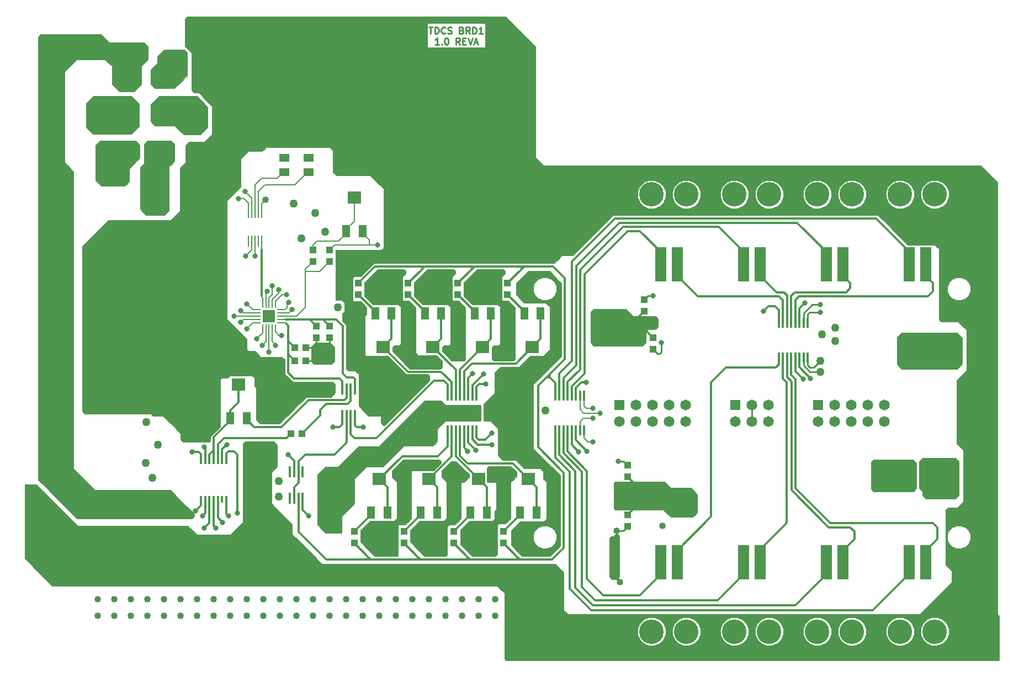
<source format=gtl>
G04 (created by PCBNEW (2013-mar-13)-testing) date Fri 28 Mar 2014 08:54:36 PM PDT*
%MOIN*%
G04 Gerber Fmt 3.4, Leading zero omitted, Abs format*
%FSLAX34Y34*%
G01*
G70*
G90*
G04 APERTURE LIST*
%ADD10C,0.005906*%
%ADD11C,0.010000*%
%ADD12C,0.040000*%
%ADD13R,0.064961X0.064961*%
%ADD14C,0.064961*%
%ADD15R,0.065000X0.210000*%
%ADD16C,0.148000*%
%ADD17R,0.039370X0.043307*%
%ADD18R,0.043307X0.039370*%
%ADD19C,0.110236*%
%ADD20R,0.062992X0.049213*%
%ADD21R,0.009843X0.070866*%
%ADD22R,0.051181X0.074803*%
%ADD23R,0.078740X0.074803*%
%ADD24R,0.014173X0.062992*%
%ADD25O,0.039370X0.009843*%
%ADD26O,0.009843X0.039370*%
%ADD27R,0.074803X0.074803*%
%ADD28R,0.015748X0.066929*%
%ADD29R,0.013780X0.039370*%
%ADD30C,0.032000*%
%ADD31C,0.050000*%
%ADD32C,0.016000*%
%ADD33C,0.008000*%
%ADD34C,0.014000*%
%ADD35C,0.001000*%
G04 APERTURE END LIST*
G54D10*
G54D11*
X89502Y-19680D02*
X89730Y-19680D01*
X89616Y-20080D02*
X89616Y-19680D01*
X89864Y-20080D02*
X89864Y-19680D01*
X89959Y-19680D01*
X90016Y-19700D01*
X90054Y-19738D01*
X90073Y-19776D01*
X90092Y-19852D01*
X90092Y-19909D01*
X90073Y-19985D01*
X90054Y-20023D01*
X90016Y-20061D01*
X89959Y-20080D01*
X89864Y-20080D01*
X90492Y-20042D02*
X90473Y-20061D01*
X90416Y-20080D01*
X90378Y-20080D01*
X90321Y-20061D01*
X90283Y-20023D01*
X90264Y-19985D01*
X90245Y-19909D01*
X90245Y-19852D01*
X90264Y-19776D01*
X90283Y-19738D01*
X90321Y-19700D01*
X90378Y-19680D01*
X90416Y-19680D01*
X90473Y-19700D01*
X90492Y-19719D01*
X90645Y-20061D02*
X90702Y-20080D01*
X90797Y-20080D01*
X90835Y-20061D01*
X90854Y-20042D01*
X90873Y-20004D01*
X90873Y-19966D01*
X90854Y-19928D01*
X90835Y-19909D01*
X90797Y-19890D01*
X90721Y-19871D01*
X90683Y-19852D01*
X90664Y-19833D01*
X90645Y-19795D01*
X90645Y-19757D01*
X90664Y-19719D01*
X90683Y-19700D01*
X90721Y-19680D01*
X90816Y-19680D01*
X90873Y-19700D01*
X91483Y-19871D02*
X91540Y-19890D01*
X91559Y-19909D01*
X91578Y-19947D01*
X91578Y-20004D01*
X91559Y-20042D01*
X91540Y-20061D01*
X91502Y-20080D01*
X91350Y-20080D01*
X91350Y-19680D01*
X91483Y-19680D01*
X91521Y-19700D01*
X91540Y-19719D01*
X91559Y-19757D01*
X91559Y-19795D01*
X91540Y-19833D01*
X91521Y-19852D01*
X91483Y-19871D01*
X91350Y-19871D01*
X91978Y-20080D02*
X91845Y-19890D01*
X91750Y-20080D02*
X91750Y-19680D01*
X91902Y-19680D01*
X91940Y-19700D01*
X91959Y-19719D01*
X91978Y-19757D01*
X91978Y-19814D01*
X91959Y-19852D01*
X91940Y-19871D01*
X91902Y-19890D01*
X91750Y-19890D01*
X92150Y-20080D02*
X92150Y-19680D01*
X92245Y-19680D01*
X92302Y-19700D01*
X92340Y-19738D01*
X92359Y-19776D01*
X92378Y-19852D01*
X92378Y-19909D01*
X92359Y-19985D01*
X92340Y-20023D01*
X92302Y-20061D01*
X92245Y-20080D01*
X92150Y-20080D01*
X92759Y-20080D02*
X92530Y-20080D01*
X92645Y-20080D02*
X92645Y-19680D01*
X92607Y-19738D01*
X92569Y-19776D01*
X92530Y-19795D01*
X90102Y-20740D02*
X89873Y-20740D01*
X89988Y-20740D02*
X89988Y-20340D01*
X89950Y-20398D01*
X89911Y-20436D01*
X89873Y-20455D01*
X90273Y-20702D02*
X90292Y-20721D01*
X90273Y-20740D01*
X90254Y-20721D01*
X90273Y-20702D01*
X90273Y-20740D01*
X90540Y-20340D02*
X90578Y-20340D01*
X90616Y-20360D01*
X90635Y-20379D01*
X90654Y-20417D01*
X90673Y-20493D01*
X90673Y-20588D01*
X90654Y-20664D01*
X90635Y-20702D01*
X90616Y-20721D01*
X90578Y-20740D01*
X90540Y-20740D01*
X90502Y-20721D01*
X90483Y-20702D01*
X90464Y-20664D01*
X90445Y-20588D01*
X90445Y-20493D01*
X90464Y-20417D01*
X90483Y-20379D01*
X90502Y-20360D01*
X90540Y-20340D01*
X91378Y-20740D02*
X91245Y-20550D01*
X91150Y-20740D02*
X91150Y-20340D01*
X91302Y-20340D01*
X91340Y-20360D01*
X91359Y-20379D01*
X91378Y-20417D01*
X91378Y-20474D01*
X91359Y-20512D01*
X91340Y-20531D01*
X91302Y-20550D01*
X91150Y-20550D01*
X91550Y-20531D02*
X91683Y-20531D01*
X91740Y-20740D02*
X91550Y-20740D01*
X91550Y-20340D01*
X91740Y-20340D01*
X91854Y-20340D02*
X91988Y-20740D01*
X92121Y-20340D01*
X92235Y-20626D02*
X92426Y-20626D01*
X92197Y-20740D02*
X92330Y-20340D01*
X92464Y-20740D01*
G54D12*
X69500Y-55250D03*
X69500Y-54250D03*
X70500Y-55250D03*
X70500Y-54250D03*
X71500Y-55250D03*
X71500Y-54250D03*
X72500Y-55250D03*
X72500Y-54250D03*
X73500Y-55250D03*
X73500Y-54250D03*
X74500Y-55250D03*
X74500Y-54250D03*
X75500Y-55250D03*
X75500Y-54250D03*
X76500Y-55250D03*
X76500Y-54250D03*
X77500Y-55250D03*
X77500Y-54250D03*
X78500Y-55250D03*
X78500Y-54250D03*
X79500Y-55250D03*
X79500Y-54250D03*
X80500Y-55250D03*
X80500Y-54250D03*
X81500Y-55250D03*
X81500Y-54250D03*
X82500Y-55250D03*
X82500Y-54250D03*
X83500Y-55250D03*
X83500Y-54250D03*
X84500Y-55250D03*
X84500Y-54250D03*
X85500Y-55250D03*
X85500Y-54250D03*
X86500Y-55250D03*
X86500Y-54250D03*
X87500Y-55250D03*
X87500Y-54250D03*
X88500Y-55250D03*
X88500Y-54250D03*
X89500Y-55250D03*
X89500Y-54250D03*
X90500Y-55250D03*
X90500Y-54250D03*
X91500Y-55250D03*
X91500Y-54250D03*
X92500Y-55250D03*
X92500Y-54250D03*
X93500Y-55250D03*
X93500Y-54250D03*
G54D13*
X101000Y-42500D03*
G54D14*
X101000Y-43500D03*
X102000Y-42500D03*
X102000Y-43500D03*
X103000Y-42500D03*
X103000Y-43500D03*
X104000Y-42500D03*
X104000Y-43500D03*
X105000Y-42500D03*
X105000Y-43500D03*
G54D13*
X113000Y-42500D03*
G54D14*
X113000Y-43500D03*
X114000Y-42500D03*
X114000Y-43500D03*
X115000Y-42500D03*
X115000Y-43500D03*
X116000Y-42500D03*
X116000Y-43500D03*
X117000Y-42500D03*
X117000Y-43500D03*
G54D13*
X108000Y-42500D03*
G54D14*
X109000Y-42500D03*
X108000Y-43500D03*
X109000Y-43500D03*
X110000Y-42500D03*
X110000Y-43500D03*
G54D13*
X118500Y-38750D03*
G54D14*
X118500Y-39750D03*
X119500Y-38750D03*
X119500Y-39750D03*
G54D13*
X118500Y-46250D03*
G54D14*
X118500Y-47250D03*
X119500Y-46250D03*
X119500Y-47250D03*
G54D15*
X103500Y-34000D03*
X104500Y-34000D03*
G54D16*
X102950Y-29790D03*
X105050Y-29790D03*
G54D15*
X119500Y-52000D03*
X118500Y-52000D03*
G54D16*
X120050Y-56210D03*
X117950Y-56210D03*
G54D15*
X109500Y-52000D03*
X108500Y-52000D03*
G54D16*
X110050Y-56210D03*
X107950Y-56210D03*
G54D15*
X104500Y-52000D03*
X103500Y-52000D03*
G54D16*
X105050Y-56210D03*
X102950Y-56210D03*
G54D15*
X118500Y-34000D03*
X119500Y-34000D03*
G54D16*
X117950Y-29790D03*
X120050Y-29790D03*
G54D15*
X113500Y-34000D03*
X114500Y-34000D03*
G54D16*
X112950Y-29790D03*
X115050Y-29790D03*
G54D15*
X114500Y-52000D03*
X113500Y-52000D03*
G54D16*
X115050Y-56210D03*
X112950Y-56210D03*
G54D15*
X108500Y-34000D03*
X109500Y-34000D03*
G54D16*
X107950Y-29790D03*
X110050Y-29790D03*
G54D17*
X83500Y-33165D03*
X83500Y-33834D03*
G54D18*
X81415Y-39850D03*
X82084Y-39850D03*
G54D17*
X83500Y-37765D03*
X83500Y-38434D03*
X103050Y-39134D03*
X103050Y-38465D03*
X101500Y-46165D03*
X101500Y-46834D03*
X102500Y-36165D03*
X102500Y-36834D03*
X101500Y-49834D03*
X101500Y-49165D03*
X82500Y-33834D03*
X82500Y-33165D03*
G54D18*
X82084Y-39050D03*
X81415Y-39050D03*
G54D17*
X82700Y-38434D03*
X82700Y-37765D03*
G54D18*
X81834Y-44250D03*
X81165Y-44250D03*
G54D17*
X94000Y-50165D03*
X94000Y-50834D03*
X91000Y-50165D03*
X91000Y-50834D03*
X88000Y-50165D03*
X88000Y-50834D03*
X85000Y-50165D03*
X85000Y-50834D03*
X85250Y-35834D03*
X85250Y-35165D03*
X88250Y-35834D03*
X88250Y-35165D03*
X91250Y-35834D03*
X91250Y-35165D03*
X94250Y-35834D03*
X94250Y-35165D03*
G54D19*
X71250Y-27244D03*
X71250Y-25000D03*
X71250Y-22755D03*
X73415Y-27244D03*
X73415Y-25000D03*
X73415Y-22755D03*
G54D20*
X80771Y-27566D03*
X80771Y-28433D03*
X82228Y-27566D03*
X82228Y-28433D03*
G54D21*
X79393Y-30883D03*
X79196Y-30883D03*
X79000Y-30883D03*
X78803Y-30883D03*
X78606Y-30883D03*
X78606Y-32616D03*
X78803Y-32616D03*
X79000Y-32616D03*
X79196Y-32616D03*
X79393Y-32616D03*
G54D22*
X84507Y-32003D03*
X85492Y-32003D03*
G54D23*
X85000Y-29996D03*
G54D22*
X77507Y-43303D03*
X78492Y-43303D03*
G54D23*
X78000Y-41296D03*
G54D22*
X95007Y-49003D03*
X95992Y-49003D03*
G54D23*
X95500Y-46996D03*
G54D22*
X92007Y-49003D03*
X92992Y-49003D03*
G54D23*
X92500Y-46996D03*
G54D22*
X89007Y-49003D03*
X89992Y-49003D03*
G54D23*
X89500Y-46996D03*
G54D22*
X86007Y-49003D03*
X86992Y-49003D03*
G54D23*
X86500Y-46996D03*
G54D22*
X87242Y-36996D03*
X86257Y-36996D03*
G54D23*
X86750Y-39003D03*
G54D22*
X90242Y-36996D03*
X89257Y-36996D03*
G54D23*
X89750Y-39003D03*
G54D22*
X93242Y-36996D03*
X92257Y-36996D03*
G54D23*
X92750Y-39003D03*
G54D22*
X96242Y-36996D03*
X95257Y-36996D03*
G54D23*
X95750Y-39003D03*
G54D24*
X111625Y-39643D03*
X112125Y-39643D03*
X111875Y-39643D03*
X112375Y-39643D03*
X111375Y-39643D03*
X110875Y-39643D03*
X111125Y-39643D03*
X110625Y-39643D03*
X110625Y-37556D03*
X111125Y-37556D03*
X110875Y-37556D03*
X111375Y-37556D03*
X112375Y-37556D03*
X111875Y-37556D03*
X112125Y-37556D03*
X111625Y-37556D03*
X98125Y-44043D03*
X98625Y-44043D03*
X98375Y-44043D03*
X98875Y-44043D03*
X97875Y-44043D03*
X97375Y-44043D03*
X97625Y-44043D03*
X97125Y-44043D03*
X97125Y-41956D03*
X97625Y-41956D03*
X97375Y-41956D03*
X97875Y-41956D03*
X98875Y-41956D03*
X98375Y-41956D03*
X98625Y-41956D03*
X98125Y-41956D03*
X91625Y-44043D03*
X92125Y-44043D03*
X91875Y-44043D03*
X92375Y-44043D03*
X91375Y-44043D03*
X90875Y-44043D03*
X91125Y-44043D03*
X90625Y-44043D03*
X90625Y-41956D03*
X91125Y-41956D03*
X90875Y-41956D03*
X91375Y-41956D03*
X92375Y-41956D03*
X91875Y-41956D03*
X92125Y-41956D03*
X91625Y-41956D03*
G54D25*
X79180Y-37346D03*
X79180Y-37150D03*
X79180Y-36756D03*
X79180Y-36953D03*
X79180Y-37543D03*
X80519Y-36756D03*
X80519Y-37346D03*
X80519Y-37543D03*
X80519Y-37150D03*
X80519Y-36953D03*
G54D26*
X80046Y-37819D03*
X79850Y-37819D03*
X79456Y-37819D03*
X79653Y-37819D03*
X80243Y-37819D03*
X79456Y-36480D03*
X80046Y-36480D03*
X80243Y-36480D03*
X79850Y-36480D03*
X79653Y-36480D03*
G54D27*
X79850Y-37150D03*
G54D28*
X81372Y-46542D03*
X81116Y-46542D03*
X81627Y-46542D03*
X81883Y-46542D03*
X81883Y-48157D03*
X81627Y-48157D03*
X81116Y-48157D03*
X81372Y-48157D03*
X84777Y-43157D03*
X85033Y-43157D03*
X84522Y-43157D03*
X84266Y-43157D03*
X84266Y-41542D03*
X84522Y-41542D03*
X85033Y-41542D03*
X84777Y-41542D03*
G54D29*
X76500Y-45868D03*
X76755Y-45868D03*
X77267Y-45868D03*
X77011Y-45868D03*
X75988Y-45868D03*
X76244Y-45868D03*
X75732Y-45868D03*
X77267Y-48231D03*
X76755Y-48231D03*
X77011Y-48231D03*
X75988Y-48231D03*
X75732Y-48231D03*
X76244Y-48231D03*
X76500Y-48231D03*
G54D30*
X78400Y-29600D03*
X78000Y-30050D03*
X77950Y-49050D03*
X75950Y-49950D03*
X76650Y-49950D03*
X77050Y-49600D03*
X77400Y-49200D03*
X92800Y-40650D03*
X92950Y-41250D03*
X93300Y-44200D03*
X93300Y-44900D03*
X78500Y-37900D03*
X79100Y-38500D03*
X79450Y-38900D03*
X78500Y-36400D03*
X78150Y-36800D03*
X77750Y-37150D03*
X78150Y-37500D03*
X81025Y-36325D03*
X80050Y-35300D03*
X81250Y-36750D03*
X99850Y-43000D03*
X99400Y-42700D03*
X99400Y-44750D03*
X99400Y-43300D03*
X113150Y-36450D03*
X113150Y-36900D03*
G54D31*
X113150Y-39850D03*
X113150Y-40500D03*
X117450Y-46750D03*
X116650Y-47250D03*
X116650Y-46250D03*
G54D12*
X69800Y-25750D03*
X69300Y-25000D03*
X69800Y-24250D03*
G54D31*
X121250Y-51850D03*
X121200Y-49200D03*
X121800Y-42450D03*
X121950Y-31450D03*
X122550Y-28750D03*
X97500Y-29050D03*
X87850Y-32200D03*
X90900Y-32400D03*
X90650Y-29700D03*
X65700Y-51050D03*
X72300Y-50750D03*
X74350Y-50800D03*
X94800Y-56350D03*
X96250Y-54300D03*
X97600Y-56150D03*
X99850Y-56050D03*
X92100Y-50750D03*
X93100Y-50750D03*
X78550Y-23550D03*
X89950Y-35000D03*
X89200Y-35700D03*
X92300Y-35700D03*
X93000Y-35000D03*
X86950Y-35000D03*
X86250Y-35700D03*
X87250Y-51250D03*
X89950Y-50750D03*
X94150Y-46750D03*
X75250Y-34900D03*
X69150Y-34550D03*
X75250Y-39100D03*
X72050Y-41100D03*
X72050Y-33450D03*
X75900Y-27450D03*
X84000Y-36600D03*
X80450Y-48050D03*
X80450Y-47100D03*
X72400Y-46000D03*
X73150Y-44900D03*
X72450Y-43550D03*
X72800Y-46900D03*
X96550Y-42850D03*
X95100Y-43300D03*
X95100Y-42050D03*
X104250Y-48650D03*
X105200Y-48800D03*
X105200Y-48000D03*
X90050Y-43200D03*
X89050Y-43200D03*
X89600Y-42550D03*
G54D12*
X82700Y-39050D03*
X83350Y-39700D03*
G54D31*
X100200Y-37800D03*
X99750Y-38450D03*
X99750Y-37200D03*
X113250Y-38250D03*
X114050Y-37850D03*
X114050Y-38650D03*
X83250Y-32050D03*
X81800Y-32450D03*
X82650Y-30900D03*
X81350Y-30350D03*
X120400Y-39250D03*
X121100Y-39750D03*
X121100Y-38750D03*
G54D12*
X103600Y-49800D03*
X73400Y-30700D03*
X72500Y-29900D03*
X73400Y-29050D03*
X72500Y-28200D03*
G54D30*
X112550Y-40900D03*
X75850Y-49200D03*
X79000Y-33500D03*
X109700Y-36850D03*
X99050Y-45300D03*
X92350Y-45250D03*
X80600Y-38300D03*
X86400Y-32850D03*
X79730Y-35650D03*
G54D32*
X80025Y-37325D03*
X80025Y-36975D03*
X79675Y-37325D03*
X79675Y-36975D03*
G54D30*
X81000Y-45500D03*
G54D12*
X75150Y-25750D03*
X75650Y-25000D03*
X75150Y-24250D03*
G54D30*
X85550Y-43850D03*
X75950Y-45050D03*
X98550Y-45350D03*
X112100Y-40950D03*
X91850Y-45300D03*
X75400Y-48900D03*
G54D12*
X79650Y-30100D03*
X101050Y-53200D03*
X100850Y-50100D03*
X70650Y-21500D03*
G54D30*
X103050Y-35900D03*
G54D12*
X71850Y-21500D03*
G54D30*
X78450Y-33500D03*
X80900Y-35850D03*
X80450Y-35550D03*
G54D12*
X74450Y-21750D03*
X73700Y-21750D03*
X74450Y-22500D03*
G54D30*
X82250Y-49200D03*
X83700Y-43850D03*
X77300Y-44900D03*
X99000Y-41150D03*
X112200Y-36350D03*
X92150Y-40600D03*
G54D31*
X120300Y-46750D03*
X120950Y-46150D03*
X120950Y-47700D03*
G54D12*
X69950Y-28550D03*
X69800Y-27800D03*
G54D30*
X100950Y-45900D03*
X103550Y-38750D03*
X79850Y-39300D03*
X80250Y-38900D03*
X75200Y-45350D03*
G54D33*
X78803Y-30883D02*
X78803Y-30003D01*
X78803Y-30003D02*
X78400Y-29600D01*
X78803Y-30003D02*
X78400Y-29600D01*
X78606Y-30306D02*
X78350Y-30050D01*
X78350Y-30050D02*
X78000Y-30050D01*
X78606Y-30306D02*
X78606Y-30883D01*
G54D34*
X84777Y-43157D02*
X84777Y-44277D01*
X86350Y-44500D02*
X87100Y-43750D01*
X85000Y-44500D02*
X86350Y-44500D01*
X84777Y-44277D02*
X85000Y-44500D01*
X90625Y-41275D02*
X90625Y-41956D01*
X90400Y-41050D02*
X90625Y-41275D01*
X89800Y-41050D02*
X90400Y-41050D01*
X87100Y-43750D02*
X89800Y-41050D01*
X76755Y-45868D02*
X76755Y-44894D01*
X80915Y-44500D02*
X81165Y-44250D01*
X77150Y-44500D02*
X80915Y-44500D01*
X76755Y-44894D02*
X77150Y-44500D01*
X77507Y-43303D02*
X77507Y-42842D01*
X78000Y-42350D02*
X78000Y-41296D01*
X77507Y-42842D02*
X78000Y-42350D01*
X76244Y-45868D02*
X76244Y-45505D01*
X76244Y-45505D02*
X76500Y-45250D01*
X76500Y-45868D02*
X76500Y-45250D01*
X76500Y-45250D02*
X76500Y-44450D01*
X77507Y-43442D02*
X77507Y-43303D01*
X76500Y-44450D02*
X77507Y-43442D01*
X77267Y-45868D02*
X77267Y-45432D01*
X77950Y-45500D02*
X77950Y-49050D01*
X77750Y-45300D02*
X77950Y-45500D01*
X77400Y-45300D02*
X77750Y-45300D01*
X77267Y-45432D02*
X77400Y-45300D01*
X76244Y-49655D02*
X75950Y-49950D01*
X76244Y-49655D02*
X76244Y-48231D01*
X76500Y-49800D02*
X76650Y-49950D01*
X76500Y-48231D02*
X76500Y-49800D01*
X76755Y-49305D02*
X77050Y-49600D01*
X76755Y-49305D02*
X76755Y-48231D01*
X77267Y-49067D02*
X77400Y-49200D01*
X77267Y-48231D02*
X77267Y-49067D01*
X85850Y-51850D02*
X85850Y-51700D01*
X86000Y-51850D02*
X85850Y-51850D01*
X85850Y-51850D02*
X83300Y-51850D01*
X81627Y-50177D02*
X81627Y-48157D01*
X83300Y-51850D02*
X81627Y-50177D01*
X96800Y-40650D02*
X96800Y-40850D01*
X96600Y-40850D02*
X96800Y-40650D01*
X96800Y-40850D02*
X96600Y-40850D01*
X97125Y-41956D02*
X97125Y-41175D01*
X97125Y-41175D02*
X96700Y-40750D01*
X95100Y-34150D02*
X95100Y-34300D01*
X94250Y-35165D02*
X94250Y-35150D01*
X94250Y-35150D02*
X95100Y-34300D01*
X95100Y-34300D02*
X95250Y-34150D01*
X94850Y-51850D02*
X94850Y-51700D01*
X94000Y-50834D02*
X94000Y-50850D01*
X94000Y-50850D02*
X94850Y-51700D01*
X94850Y-51700D02*
X95000Y-51850D01*
X94950Y-34150D02*
X95100Y-34150D01*
X95100Y-34150D02*
X95250Y-34150D01*
X95250Y-34150D02*
X97000Y-34150D01*
X92250Y-34150D02*
X94950Y-34150D01*
X96950Y-51850D02*
X95000Y-51850D01*
X95000Y-51850D02*
X94850Y-51850D01*
X94850Y-51850D02*
X93950Y-51850D01*
X97650Y-51150D02*
X96950Y-51850D01*
X97650Y-46600D02*
X97650Y-51150D01*
X96100Y-45050D02*
X97650Y-46600D01*
X96100Y-41350D02*
X96100Y-43000D01*
X96100Y-43000D02*
X96100Y-45050D01*
X97700Y-39750D02*
X96800Y-40650D01*
X96800Y-40650D02*
X96700Y-40750D01*
X96700Y-40750D02*
X96100Y-41350D01*
X97700Y-34850D02*
X97700Y-39750D01*
X97000Y-34150D02*
X97700Y-34850D01*
X92100Y-34150D02*
X92100Y-34300D01*
X89100Y-34150D02*
X89100Y-34300D01*
X91850Y-51850D02*
X91850Y-51700D01*
X88850Y-51850D02*
X88850Y-51700D01*
X91250Y-35165D02*
X91250Y-35150D01*
X91250Y-35150D02*
X92100Y-34300D01*
X92100Y-34300D02*
X92250Y-34150D01*
X88250Y-35165D02*
X88250Y-35150D01*
X88250Y-35150D02*
X89100Y-34300D01*
X89100Y-34300D02*
X89150Y-34250D01*
X89150Y-34250D02*
X89250Y-34150D01*
X85250Y-35165D02*
X85250Y-35150D01*
X86250Y-34150D02*
X89100Y-34150D01*
X89100Y-34150D02*
X89050Y-34150D01*
X89050Y-34150D02*
X89250Y-34150D01*
X89250Y-34150D02*
X92100Y-34150D01*
X92100Y-34150D02*
X92250Y-34150D01*
X85250Y-35150D02*
X86250Y-34150D01*
X91000Y-50834D02*
X91000Y-50850D01*
X91000Y-50850D02*
X91850Y-51700D01*
X91850Y-51700D02*
X91850Y-51700D01*
X91850Y-51700D02*
X92000Y-51850D01*
X88000Y-50834D02*
X88000Y-50850D01*
X88000Y-50850D02*
X88850Y-51700D01*
X88850Y-51700D02*
X89000Y-51850D01*
X85000Y-50834D02*
X85000Y-50850D01*
X85000Y-50850D02*
X85850Y-51700D01*
X86000Y-51850D02*
X88750Y-51850D01*
X88750Y-51850D02*
X88850Y-51850D01*
X88850Y-51850D02*
X89000Y-51850D01*
X89000Y-51850D02*
X91750Y-51850D01*
X91750Y-51850D02*
X91700Y-51850D01*
X91700Y-51850D02*
X91850Y-51850D01*
X91850Y-51850D02*
X92000Y-51850D01*
X92000Y-51850D02*
X93950Y-51850D01*
X93950Y-51850D02*
X94050Y-51850D01*
X85850Y-51700D02*
X86000Y-51850D01*
X91625Y-41956D02*
X91625Y-40475D01*
X94753Y-40000D02*
X95750Y-39003D01*
X92100Y-40000D02*
X94753Y-40000D01*
X91625Y-40475D02*
X92100Y-40000D01*
X96242Y-36996D02*
X96242Y-38511D01*
X96242Y-38511D02*
X95750Y-39003D01*
X93242Y-36996D02*
X93242Y-38511D01*
X93242Y-38511D02*
X92750Y-39003D01*
X91375Y-41956D02*
X91375Y-40378D01*
X91375Y-40378D02*
X92750Y-39003D01*
X90242Y-36996D02*
X90242Y-38511D01*
X90242Y-38511D02*
X89750Y-39003D01*
X91125Y-41956D02*
X91125Y-40378D01*
X91125Y-40378D02*
X89750Y-39003D01*
X87242Y-36996D02*
X87242Y-38511D01*
X87242Y-38511D02*
X86750Y-39003D01*
X90875Y-41956D02*
X90875Y-41125D01*
X88246Y-40500D02*
X86750Y-39003D01*
X90250Y-40500D02*
X88246Y-40500D01*
X90875Y-41125D02*
X90250Y-40500D01*
X86992Y-49003D02*
X86992Y-47488D01*
X86992Y-47488D02*
X86500Y-46996D01*
X90625Y-44043D02*
X90625Y-45025D01*
X87896Y-45600D02*
X86500Y-46996D01*
X90050Y-45600D02*
X87896Y-45600D01*
X90625Y-45025D02*
X90050Y-45600D01*
X89992Y-49003D02*
X89992Y-47488D01*
X89992Y-47488D02*
X89500Y-46996D01*
X90875Y-44043D02*
X90875Y-45621D01*
X90875Y-45621D02*
X89500Y-46996D01*
X92992Y-49003D02*
X92992Y-47488D01*
X92992Y-47488D02*
X92500Y-46996D01*
X91125Y-44043D02*
X91125Y-45621D01*
X91125Y-45621D02*
X92500Y-46996D01*
X95992Y-49003D02*
X95992Y-47488D01*
X95992Y-47488D02*
X95500Y-46996D01*
X91375Y-44043D02*
X91375Y-45575D01*
X94553Y-46050D02*
X95500Y-46996D01*
X91850Y-46050D02*
X94553Y-46050D01*
X91375Y-45575D02*
X91850Y-46050D01*
X78492Y-43303D02*
X78492Y-43392D01*
X84522Y-42077D02*
X84522Y-41542D01*
X84400Y-42200D02*
X84522Y-42077D01*
X82250Y-42200D02*
X84400Y-42200D01*
X80600Y-43850D02*
X82250Y-42200D01*
X78950Y-43850D02*
X80600Y-43850D01*
X78492Y-43392D02*
X78950Y-43850D01*
X92125Y-41325D02*
X92800Y-40650D01*
X92125Y-41325D02*
X92125Y-41956D01*
X92375Y-41425D02*
X92375Y-41956D01*
X92550Y-41250D02*
X92950Y-41250D01*
X92375Y-41425D02*
X92550Y-41250D01*
X92375Y-44475D02*
X92375Y-44043D01*
X92900Y-44600D02*
X93300Y-44200D01*
X92500Y-44600D02*
X92900Y-44600D01*
X92375Y-44475D02*
X92500Y-44600D01*
X92125Y-44575D02*
X92125Y-44043D01*
X92450Y-44900D02*
X93300Y-44900D01*
X92125Y-44575D02*
X92450Y-44900D01*
X81834Y-44250D02*
X81850Y-44250D01*
X84777Y-42272D02*
X84777Y-41542D01*
X84600Y-42450D02*
X84777Y-42272D01*
X83300Y-42450D02*
X84600Y-42450D01*
X82950Y-42800D02*
X83300Y-42450D01*
X82950Y-43150D02*
X82950Y-42800D01*
X81850Y-44250D02*
X82950Y-43150D01*
X81627Y-46542D02*
X81627Y-45922D01*
X84522Y-44777D02*
X84522Y-43157D01*
X83800Y-45500D02*
X84522Y-44777D01*
X82050Y-45500D02*
X83800Y-45500D01*
X81627Y-45922D02*
X82050Y-45500D01*
X81372Y-48157D02*
X81372Y-47477D01*
X81627Y-47222D02*
X81627Y-46542D01*
X81372Y-47477D02*
X81627Y-47222D01*
G54D33*
X79456Y-36480D02*
X79456Y-36056D01*
X79456Y-36056D02*
X79393Y-35993D01*
X79393Y-33100D02*
X79393Y-32616D01*
X79393Y-35993D02*
X79393Y-35900D01*
G54D34*
X79393Y-35900D02*
X79393Y-33100D01*
G54D33*
X78856Y-37543D02*
X78500Y-37900D01*
X79180Y-37543D02*
X78856Y-37543D01*
X79456Y-38143D02*
X79100Y-38500D01*
X79456Y-38143D02*
X79456Y-37819D01*
X79653Y-38696D02*
X79450Y-38900D01*
X79653Y-37819D02*
X79653Y-38696D01*
X78856Y-36756D02*
X78500Y-36400D01*
X79180Y-36756D02*
X78856Y-36756D01*
X78303Y-36953D02*
X78150Y-36800D01*
X78303Y-36953D02*
X79180Y-36953D01*
X77750Y-37150D02*
X79180Y-37150D01*
X78303Y-37346D02*
X78150Y-37500D01*
X78303Y-37346D02*
X79180Y-37346D01*
X80818Y-36756D02*
X80925Y-36650D01*
X80925Y-36650D02*
X80925Y-36425D01*
X80925Y-36425D02*
X81025Y-36325D01*
X80519Y-36756D02*
X80818Y-36756D01*
X79850Y-36050D02*
X80050Y-35850D01*
X80050Y-35850D02*
X80050Y-35300D01*
X79850Y-36480D02*
X79850Y-36050D01*
X82050Y-34450D02*
X82900Y-34450D01*
X83500Y-33850D02*
X83500Y-33834D01*
X82900Y-34450D02*
X83500Y-33850D01*
X80519Y-37150D02*
X81500Y-37150D01*
X82500Y-33850D02*
X82500Y-33834D01*
X82050Y-34300D02*
X82500Y-33850D01*
X82050Y-36600D02*
X82050Y-34450D01*
X82050Y-34450D02*
X82050Y-34300D01*
X81500Y-37150D02*
X82050Y-36600D01*
X81046Y-36953D02*
X81250Y-36750D01*
X80519Y-36953D02*
X81046Y-36953D01*
G54D34*
X81415Y-39850D02*
X81400Y-39850D01*
X81400Y-39850D02*
X81000Y-39450D01*
X81415Y-39050D02*
X81400Y-39050D01*
X81400Y-39050D02*
X81000Y-38650D01*
G54D33*
X80519Y-37543D02*
X80843Y-37543D01*
G54D34*
X81000Y-37700D02*
X81000Y-38650D01*
X81000Y-38650D02*
X81000Y-39450D01*
X81000Y-39450D02*
X81000Y-40550D01*
X84266Y-41066D02*
X84266Y-41542D01*
X84100Y-40900D02*
X84266Y-41066D01*
X81350Y-40900D02*
X84100Y-40900D01*
X81000Y-40550D02*
X81350Y-40900D01*
G54D33*
X80843Y-37543D02*
X80900Y-37600D01*
G54D34*
X80900Y-37600D02*
X81000Y-37700D01*
X83500Y-37765D02*
X83500Y-37750D01*
X83100Y-37350D02*
X83100Y-37346D01*
X83500Y-37750D02*
X83100Y-37350D01*
X82700Y-37765D02*
X82700Y-37750D01*
X82300Y-37350D02*
X82300Y-37346D01*
X82700Y-37750D02*
X82300Y-37350D01*
X80850Y-37346D02*
X82300Y-37346D01*
X82300Y-37346D02*
X83100Y-37346D01*
X83100Y-37346D02*
X83900Y-37346D01*
X83900Y-37346D02*
X83900Y-37350D01*
X85033Y-40933D02*
X85033Y-41542D01*
X84950Y-40850D02*
X85033Y-40933D01*
X84550Y-40850D02*
X84950Y-40850D01*
X84300Y-40600D02*
X84550Y-40850D01*
X84300Y-37750D02*
X84300Y-40600D01*
X83900Y-37350D02*
X84300Y-37750D01*
G54D33*
X80519Y-37346D02*
X80850Y-37346D01*
X98625Y-41956D02*
X98625Y-42775D01*
X98850Y-43000D02*
X99850Y-43000D01*
X98625Y-42775D02*
X98850Y-43000D01*
X98875Y-42575D02*
X99000Y-42700D01*
X99000Y-42700D02*
X99400Y-42700D01*
X98875Y-41956D02*
X98875Y-42575D01*
X98875Y-44043D02*
X98875Y-44525D01*
X99100Y-44750D02*
X99400Y-44750D01*
X98875Y-44525D02*
X99100Y-44750D01*
X98625Y-44043D02*
X98625Y-43525D01*
X98850Y-43300D02*
X99400Y-43300D01*
X98625Y-43525D02*
X98850Y-43300D01*
G54D11*
X112125Y-36975D02*
X112650Y-36450D01*
X112650Y-36450D02*
X113150Y-36450D01*
X112125Y-36975D02*
X112125Y-37556D01*
X112375Y-37025D02*
X112500Y-36900D01*
X112500Y-36900D02*
X113150Y-36900D01*
X112375Y-37025D02*
X112375Y-37556D01*
X112750Y-40250D02*
X113150Y-39850D01*
X112500Y-40250D02*
X112750Y-40250D01*
X112375Y-40125D02*
X112500Y-40250D01*
X112375Y-40125D02*
X112375Y-39643D01*
X112500Y-40500D02*
X113150Y-40500D01*
X112125Y-40125D02*
X112500Y-40500D01*
X112125Y-40125D02*
X112125Y-39643D01*
X109000Y-42500D02*
X109000Y-43500D01*
G54D34*
X98900Y-40600D02*
X98900Y-34600D01*
X98900Y-34600D02*
X99500Y-34000D01*
X98125Y-41956D02*
X98125Y-41375D01*
X103500Y-33250D02*
X103500Y-34000D01*
X99500Y-34000D02*
X101500Y-32000D01*
X101500Y-32000D02*
X102250Y-32000D01*
X102250Y-32000D02*
X103500Y-33250D01*
X98125Y-41375D02*
X98900Y-40600D01*
X98650Y-40350D02*
X98650Y-34350D01*
X98650Y-34350D02*
X99250Y-33750D01*
X97875Y-41956D02*
X97875Y-41125D01*
X97875Y-41125D02*
X98600Y-40400D01*
X98600Y-40400D02*
X98650Y-40350D01*
X108500Y-33250D02*
X108500Y-34000D01*
X99250Y-33750D02*
X101250Y-31750D01*
X101250Y-31750D02*
X107000Y-31750D01*
X107000Y-31750D02*
X108500Y-33250D01*
X98400Y-40100D02*
X98400Y-34100D01*
X98400Y-34100D02*
X99000Y-33500D01*
X97625Y-41956D02*
X97625Y-40875D01*
X97625Y-40875D02*
X98400Y-40100D01*
X113500Y-33250D02*
X113500Y-34000D01*
X99000Y-33500D02*
X101000Y-31500D01*
X101000Y-31500D02*
X111750Y-31500D01*
X111750Y-31500D02*
X113500Y-33250D01*
X98150Y-39850D02*
X98150Y-33850D01*
X98150Y-33850D02*
X98750Y-33250D01*
X97375Y-41956D02*
X97375Y-40625D01*
X97375Y-40625D02*
X98150Y-39850D01*
X118500Y-33250D02*
X118500Y-34000D01*
X98750Y-33250D02*
X100750Y-31250D01*
X100750Y-31250D02*
X116500Y-31250D01*
X116500Y-31250D02*
X118500Y-33250D01*
X97875Y-44043D02*
X97875Y-45325D01*
X103500Y-52750D02*
X103500Y-52000D01*
X102250Y-54000D02*
X103500Y-52750D01*
X100050Y-54000D02*
X102250Y-54000D01*
X99050Y-53000D02*
X100050Y-54000D01*
X99050Y-46500D02*
X99050Y-53000D01*
X97875Y-45325D02*
X99050Y-46500D01*
X97625Y-44043D02*
X97625Y-45425D01*
X108500Y-52750D02*
X108500Y-52000D01*
X106950Y-54300D02*
X108500Y-52750D01*
X99550Y-54300D02*
X106950Y-54300D01*
X98750Y-53500D02*
X99550Y-54300D01*
X98750Y-46550D02*
X98750Y-53500D01*
X97625Y-45425D02*
X98750Y-46550D01*
X97375Y-44043D02*
X97375Y-45525D01*
X113500Y-52750D02*
X113500Y-52000D01*
X111650Y-54600D02*
X113500Y-52750D01*
X99400Y-54600D02*
X111650Y-54600D01*
X98350Y-53550D02*
X99400Y-54600D01*
X98350Y-46500D02*
X98350Y-53550D01*
X97375Y-45525D02*
X98350Y-46500D01*
X97125Y-44043D02*
X97125Y-45675D01*
X118500Y-52700D02*
X118500Y-52000D01*
X116300Y-54900D02*
X118500Y-52700D01*
X99300Y-54900D02*
X116300Y-54900D01*
X98000Y-53600D02*
X99300Y-54900D01*
X98000Y-46550D02*
X98000Y-53600D01*
X97125Y-45675D02*
X98000Y-46550D01*
X110875Y-37556D02*
X110875Y-36175D01*
X110875Y-36175D02*
X110650Y-35950D01*
X104500Y-34000D02*
X104500Y-34700D01*
X110875Y-36175D02*
X110875Y-36956D01*
X110650Y-35950D02*
X110875Y-36175D01*
X105750Y-35950D02*
X110650Y-35950D01*
X104500Y-34700D02*
X105750Y-35950D01*
X111125Y-37556D02*
X111125Y-35875D01*
X111125Y-35875D02*
X110950Y-35700D01*
X109500Y-34000D02*
X109500Y-34700D01*
X111125Y-35875D02*
X111125Y-36956D01*
X110950Y-35700D02*
X111125Y-35875D01*
X110500Y-35700D02*
X110950Y-35700D01*
X109500Y-34700D02*
X110500Y-35700D01*
X111375Y-37556D02*
X111375Y-35925D01*
X111375Y-35925D02*
X111600Y-35700D01*
X111375Y-36956D02*
X111375Y-35925D01*
X114500Y-34700D02*
X114500Y-34000D01*
X114950Y-35150D02*
X114500Y-34700D01*
X114950Y-35450D02*
X114950Y-35150D01*
X114700Y-35700D02*
X114950Y-35450D01*
X111600Y-35700D02*
X114700Y-35700D01*
X111375Y-35925D02*
X111600Y-35700D01*
X111625Y-37556D02*
X111625Y-36175D01*
X111625Y-36175D02*
X111850Y-35950D01*
X111625Y-36956D02*
X111625Y-36175D01*
X119500Y-34700D02*
X119500Y-34000D01*
X119950Y-35150D02*
X119500Y-34700D01*
X119950Y-35200D02*
X119950Y-35150D01*
X119950Y-35650D02*
X119950Y-35200D01*
X119650Y-35950D02*
X119950Y-35650D01*
X111850Y-35950D02*
X119650Y-35950D01*
X111625Y-36175D02*
X111850Y-35950D01*
X104500Y-52000D02*
X104500Y-51300D01*
X110625Y-40075D02*
X110625Y-39643D01*
X110450Y-40250D02*
X110625Y-40075D01*
X107450Y-40250D02*
X110450Y-40250D01*
X106550Y-41150D02*
X107450Y-40250D01*
X106550Y-49250D02*
X106550Y-41150D01*
X104500Y-51300D02*
X106550Y-49250D01*
X109500Y-52000D02*
X109500Y-51250D01*
X110875Y-40925D02*
X110875Y-39643D01*
X111100Y-41150D02*
X110875Y-40925D01*
X111100Y-49650D02*
X111100Y-41150D01*
X109500Y-51250D02*
X111100Y-49650D01*
X111125Y-39643D02*
X111125Y-40825D01*
X114500Y-51300D02*
X114500Y-52000D01*
X115200Y-50600D02*
X114500Y-51300D01*
X115200Y-50150D02*
X115200Y-50600D01*
X114950Y-49900D02*
X115200Y-50150D01*
X113650Y-49900D02*
X114950Y-49900D01*
X111400Y-47650D02*
X113650Y-49900D01*
X111400Y-41100D02*
X111400Y-47650D01*
X111125Y-40825D02*
X111400Y-41100D01*
X111375Y-40675D02*
X111375Y-39643D01*
X119500Y-52000D02*
X119500Y-51300D01*
X111650Y-40950D02*
X111375Y-40675D01*
X111650Y-47550D02*
X111650Y-40950D01*
X113750Y-49650D02*
X111650Y-47550D01*
X119950Y-49650D02*
X113750Y-49650D01*
X120200Y-49900D02*
X119950Y-49650D01*
X120200Y-50600D02*
X120200Y-49900D01*
X119500Y-51300D02*
X120200Y-50600D01*
X118500Y-46250D02*
X117950Y-46250D01*
X117950Y-46250D02*
X117450Y-46750D01*
X118500Y-46250D02*
X116650Y-46250D01*
G54D11*
X71250Y-25000D02*
X70550Y-25000D01*
X70550Y-25000D02*
X69800Y-25750D01*
X70550Y-25000D02*
X69800Y-24250D01*
G54D34*
X121250Y-51850D02*
X121350Y-51850D01*
X121650Y-49200D02*
X121200Y-49200D01*
X122450Y-48400D02*
X121650Y-49200D01*
X122450Y-43100D02*
X122450Y-48400D01*
X121800Y-42450D02*
X122450Y-43100D01*
X121950Y-29350D02*
X121950Y-31450D01*
X122550Y-28750D02*
X121950Y-29350D01*
X94300Y-29050D02*
X97500Y-29050D01*
X92550Y-27300D02*
X94300Y-29050D01*
X90500Y-27300D02*
X92550Y-27300D01*
X89950Y-27850D02*
X90500Y-27300D01*
X89950Y-30100D02*
X89950Y-27850D01*
X87850Y-32200D02*
X89950Y-30100D01*
X90900Y-29950D02*
X90900Y-32400D01*
X90650Y-29700D02*
X90900Y-29950D01*
X66200Y-51550D02*
X65700Y-51050D01*
X71500Y-51550D02*
X66200Y-51550D01*
X72300Y-50750D02*
X71500Y-51550D01*
X76300Y-52750D02*
X74350Y-50800D01*
X93900Y-52750D02*
X76300Y-52750D01*
X94550Y-53400D02*
X93900Y-52750D01*
X94550Y-56100D02*
X94550Y-53400D01*
X94800Y-56350D02*
X94550Y-56100D01*
X96250Y-54800D02*
X96250Y-54300D01*
X97600Y-56150D02*
X96250Y-54800D01*
X101200Y-57400D02*
X99850Y-56050D01*
X120900Y-57400D02*
X101200Y-57400D01*
X121700Y-56600D02*
X120900Y-57400D01*
X121700Y-52200D02*
X121700Y-56600D01*
X121350Y-51850D02*
X121700Y-52200D01*
X92100Y-50750D02*
X93100Y-50750D01*
X75900Y-27450D02*
X78550Y-24800D01*
X78550Y-24800D02*
X78550Y-23550D01*
X89950Y-35000D02*
X89250Y-35700D01*
X89250Y-35700D02*
X89200Y-35700D01*
X92300Y-35700D02*
X93000Y-35000D01*
X86950Y-35000D02*
X86250Y-35700D01*
X75900Y-27450D02*
X75900Y-31800D01*
X69500Y-34900D02*
X75250Y-34900D01*
X69150Y-34550D02*
X69500Y-34900D01*
X74050Y-39100D02*
X75250Y-39100D01*
X72050Y-41100D02*
X74050Y-39100D01*
X74250Y-33450D02*
X72050Y-33450D01*
X75900Y-31800D02*
X74250Y-33450D01*
X104400Y-48000D02*
X104400Y-48500D01*
X104400Y-48500D02*
X104250Y-48650D01*
X101500Y-49165D02*
X101500Y-49150D01*
X105050Y-48650D02*
X105200Y-48800D01*
X102000Y-48650D02*
X105050Y-48650D01*
X101500Y-49150D02*
X102000Y-48650D01*
X101500Y-46834D02*
X101500Y-46850D01*
X102650Y-48000D02*
X104400Y-48000D01*
X104400Y-48000D02*
X105200Y-48000D01*
X101500Y-46850D02*
X102650Y-48000D01*
G54D11*
X83350Y-39700D02*
X83100Y-39450D01*
G54D34*
X101400Y-37950D02*
X101850Y-37500D01*
X100350Y-37950D02*
X100200Y-37800D01*
X101400Y-37950D02*
X100350Y-37950D01*
X101850Y-37500D02*
X100050Y-37500D01*
X103050Y-38465D02*
X103050Y-38450D01*
X100250Y-37950D02*
X99750Y-38450D01*
X102550Y-37950D02*
X100250Y-37950D01*
X103050Y-38450D02*
X102550Y-37950D01*
X102500Y-36834D02*
X102500Y-36850D01*
X100050Y-37500D02*
X99750Y-37200D01*
X102500Y-36850D02*
X101850Y-37500D01*
X119500Y-39750D02*
X121100Y-39750D01*
G54D11*
X82700Y-38434D02*
X82700Y-39050D01*
X82700Y-39050D02*
X83100Y-39450D01*
X83100Y-39450D02*
X83500Y-39050D01*
X83500Y-39050D02*
X83500Y-38434D01*
X82084Y-39050D02*
X82700Y-39050D01*
X82700Y-39850D02*
X82084Y-39850D01*
X83100Y-39450D02*
X82700Y-39850D01*
X82700Y-39050D02*
X83100Y-39450D01*
X73415Y-27244D02*
X73415Y-28984D01*
X73415Y-28984D02*
X72500Y-29900D01*
X73415Y-27244D02*
X73415Y-27284D01*
X73415Y-27284D02*
X72500Y-28200D01*
G54D34*
X111875Y-39643D02*
X111875Y-40225D01*
X111875Y-40225D02*
X112550Y-40900D01*
X75988Y-48231D02*
X75988Y-49061D01*
X75988Y-49061D02*
X75850Y-49200D01*
G54D33*
X79000Y-32616D02*
X79000Y-33500D01*
G54D34*
X110625Y-37556D02*
X110625Y-36775D01*
X110000Y-36550D02*
X109700Y-36850D01*
X110400Y-36550D02*
X110000Y-36550D01*
X110625Y-36775D02*
X110400Y-36550D01*
X98375Y-44043D02*
X98375Y-44625D01*
X98375Y-44625D02*
X99050Y-45300D01*
X91875Y-44043D02*
X91875Y-44775D01*
X91875Y-44775D02*
X92350Y-45250D01*
G54D33*
X80243Y-37819D02*
X80243Y-38093D01*
X80450Y-38300D02*
X80600Y-38300D01*
X80243Y-38093D02*
X80450Y-38300D01*
X85492Y-32003D02*
X85492Y-32142D01*
X85900Y-32550D02*
X85900Y-32850D01*
X85492Y-32142D02*
X85900Y-32550D01*
X83500Y-33165D02*
X83500Y-33150D01*
X83800Y-32850D02*
X85900Y-32850D01*
X85900Y-32850D02*
X86400Y-32850D01*
X83500Y-33150D02*
X83800Y-32850D01*
X79653Y-36480D02*
X79653Y-35726D01*
X79653Y-35726D02*
X79730Y-35650D01*
X79850Y-37150D02*
X80025Y-37325D01*
X79850Y-37150D02*
X80025Y-36975D01*
X79850Y-37150D02*
X79675Y-37325D01*
X79850Y-37150D02*
X79675Y-36975D01*
G54D34*
X81372Y-45872D02*
X81372Y-46542D01*
X81372Y-45872D02*
X81000Y-45500D01*
G54D11*
X73415Y-25000D02*
X75650Y-25000D01*
X73415Y-25000D02*
X74400Y-25000D01*
X74400Y-25000D02*
X75150Y-24250D01*
G54D34*
X85033Y-43733D02*
X85150Y-43850D01*
X85150Y-43850D02*
X85550Y-43850D01*
X85033Y-43157D02*
X85033Y-43733D01*
X75988Y-45868D02*
X75988Y-45088D01*
G54D33*
X75988Y-45088D02*
X75950Y-45050D01*
G54D34*
X98125Y-44925D02*
X98550Y-45350D01*
X98125Y-44043D02*
X98125Y-44925D01*
X111625Y-40475D02*
X112100Y-40950D01*
X111625Y-39643D02*
X111625Y-40475D01*
X91625Y-44043D02*
X91625Y-45075D01*
X91625Y-45075D02*
X91850Y-45300D01*
G54D33*
X79393Y-30883D02*
X79393Y-30356D01*
X79393Y-30356D02*
X79650Y-30100D01*
G54D11*
X100850Y-53000D02*
X101050Y-53200D01*
X100850Y-50100D02*
X100850Y-53000D01*
X103050Y-35900D02*
X102750Y-35900D01*
X102500Y-36150D02*
X102500Y-36165D01*
X102750Y-35900D02*
X102500Y-36150D01*
X101500Y-49850D02*
X101500Y-49834D01*
X101250Y-50100D02*
X101500Y-49850D01*
X100850Y-50100D02*
X101250Y-50100D01*
X70650Y-21500D02*
X66700Y-21500D01*
X71250Y-22100D02*
X70650Y-21500D01*
X66700Y-21500D02*
X66450Y-21750D01*
X75250Y-49050D02*
X75400Y-48900D01*
X66450Y-21750D02*
X66450Y-47050D01*
X66450Y-47050D02*
X68450Y-49050D01*
X68450Y-49050D02*
X75250Y-49050D01*
X71250Y-22755D02*
X71250Y-22100D01*
X71250Y-22100D02*
X71850Y-21500D01*
G54D33*
X78803Y-33146D02*
X78450Y-33500D01*
X78803Y-32616D02*
X78803Y-33146D01*
G54D34*
X75732Y-48567D02*
X75400Y-48900D01*
X75732Y-48231D02*
X75732Y-48567D01*
G54D33*
X80243Y-36256D02*
X80650Y-35850D01*
X80650Y-35850D02*
X80900Y-35850D01*
X80243Y-36480D02*
X80243Y-36256D01*
X80046Y-36153D02*
X80450Y-35750D01*
X80450Y-35750D02*
X80450Y-35550D01*
X80046Y-36480D02*
X80046Y-36153D01*
G54D11*
X73415Y-22755D02*
X73415Y-22034D01*
X73415Y-22034D02*
X73700Y-21750D01*
G54D34*
X81883Y-48833D02*
X82250Y-49200D01*
X81883Y-48833D02*
X81883Y-48157D01*
X84266Y-43683D02*
X84100Y-43850D01*
X84100Y-43850D02*
X83700Y-43850D01*
X84266Y-43683D02*
X84266Y-43157D01*
X77011Y-45188D02*
X77300Y-44900D01*
X77011Y-45868D02*
X77011Y-45188D01*
X98375Y-41475D02*
X98700Y-41150D01*
X98375Y-41956D02*
X98375Y-41475D01*
X98700Y-41150D02*
X99000Y-41150D01*
X111875Y-36675D02*
X112200Y-36350D01*
X111875Y-37556D02*
X111875Y-36675D01*
X91875Y-40875D02*
X92150Y-40600D01*
X91875Y-41956D02*
X91875Y-40875D01*
X119500Y-46250D02*
X120850Y-46250D01*
X120850Y-46250D02*
X120950Y-46150D01*
G54D11*
X103550Y-38750D02*
X103550Y-39300D01*
X103315Y-39400D02*
X103050Y-39134D01*
X103450Y-39400D02*
X103315Y-39400D01*
X103550Y-39300D02*
X103450Y-39400D01*
X100950Y-45900D02*
X101250Y-45900D01*
X101500Y-46150D02*
X101500Y-46165D01*
X101250Y-45900D02*
X101500Y-46150D01*
X71250Y-27244D02*
X70355Y-27244D01*
X70355Y-27244D02*
X69800Y-27800D01*
G54D33*
X79850Y-37819D02*
X79850Y-39300D01*
X80046Y-37819D02*
X80046Y-38696D01*
X80046Y-38696D02*
X80250Y-38900D01*
X84507Y-32003D02*
X84507Y-31892D01*
X85000Y-31400D02*
X85000Y-29996D01*
X84507Y-31892D02*
X85000Y-31400D01*
X82500Y-33165D02*
X82500Y-32850D01*
X84507Y-32142D02*
X84507Y-32003D01*
X84050Y-32600D02*
X84507Y-32142D01*
X82750Y-32600D02*
X84050Y-32600D01*
X82500Y-32850D02*
X82750Y-32600D01*
G54D34*
X86257Y-36996D02*
X86257Y-36842D01*
X86257Y-36842D02*
X85250Y-35834D01*
X86007Y-49003D02*
X86007Y-49157D01*
X86007Y-49157D02*
X85000Y-50165D01*
X89007Y-49003D02*
X89007Y-49157D01*
X89007Y-49157D02*
X88000Y-50165D01*
X92007Y-49003D02*
X92007Y-49157D01*
X92007Y-49157D02*
X91000Y-50165D01*
X92257Y-36996D02*
X92257Y-36842D01*
X92257Y-36842D02*
X91250Y-35834D01*
X95257Y-36996D02*
X95257Y-36842D01*
X95257Y-36842D02*
X94250Y-35834D01*
X89257Y-36996D02*
X89257Y-36842D01*
X89257Y-36842D02*
X88250Y-35834D01*
X75732Y-45482D02*
X75600Y-45350D01*
X75600Y-45350D02*
X75200Y-45350D01*
X75732Y-45868D02*
X75732Y-45482D01*
X95007Y-49003D02*
X95007Y-49157D01*
X95007Y-49157D02*
X94000Y-50165D01*
G54D33*
X79196Y-30883D02*
X79196Y-29603D01*
X82166Y-28433D02*
X82228Y-28433D01*
X81400Y-29200D02*
X82166Y-28433D01*
X79600Y-29200D02*
X81400Y-29200D01*
X79196Y-29603D02*
X79600Y-29200D01*
X79000Y-30883D02*
X79000Y-29200D01*
X80716Y-28433D02*
X80771Y-28433D01*
X80350Y-28800D02*
X80716Y-28433D01*
X79400Y-28800D02*
X80350Y-28800D01*
X79000Y-29200D02*
X79400Y-28800D01*
G54D10*
G36*
X92645Y-43447D02*
X92597Y-43495D01*
X90497Y-43495D01*
X89995Y-43997D01*
X89995Y-44747D01*
X89747Y-44995D01*
X87997Y-44995D01*
X86747Y-46245D01*
X85747Y-46245D01*
X84995Y-46997D01*
X84995Y-48497D01*
X84245Y-49247D01*
X84245Y-50245D01*
X83252Y-50245D01*
X82755Y-49747D01*
X82755Y-46752D01*
X83252Y-46255D01*
X84002Y-46255D01*
X85252Y-45005D01*
X86502Y-45005D01*
X89252Y-42255D01*
X90247Y-42255D01*
X90497Y-42505D01*
X92597Y-42505D01*
X92645Y-42552D01*
X92645Y-43447D01*
X92645Y-43447D01*
G37*
G54D35*
X92645Y-43447D02*
X92597Y-43495D01*
X90497Y-43495D01*
X89995Y-43997D01*
X89995Y-44747D01*
X89747Y-44995D01*
X87997Y-44995D01*
X86747Y-46245D01*
X85747Y-46245D01*
X84995Y-46997D01*
X84995Y-48497D01*
X84245Y-49247D01*
X84245Y-50245D01*
X83252Y-50245D01*
X82755Y-49747D01*
X82755Y-46752D01*
X83252Y-46255D01*
X84002Y-46255D01*
X85252Y-45005D01*
X86502Y-45005D01*
X89252Y-42255D01*
X90247Y-42255D01*
X90497Y-42505D01*
X92597Y-42505D01*
X92645Y-42552D01*
X92645Y-43447D01*
G54D10*
G36*
X75345Y-49247D02*
X75197Y-49395D01*
X72000Y-49395D01*
X69250Y-49395D01*
X68450Y-49395D01*
X68252Y-49395D01*
X67303Y-48446D01*
X66253Y-47396D01*
X65905Y-47047D01*
X65905Y-20301D01*
X66052Y-20105D01*
X66600Y-20105D01*
X69500Y-20105D01*
X69650Y-20105D01*
X69697Y-20105D01*
X70197Y-20605D01*
X71250Y-20605D01*
X71300Y-20605D01*
X72297Y-20605D01*
X72545Y-20852D01*
X72545Y-21647D01*
X72145Y-22047D01*
X72145Y-23147D01*
X71697Y-23595D01*
X70802Y-23595D01*
X70355Y-23147D01*
X70355Y-22047D01*
X69952Y-21645D01*
X68550Y-21645D01*
X68247Y-21645D01*
X67495Y-22397D01*
X67495Y-27852D01*
X68045Y-28402D01*
X68045Y-46352D01*
X69347Y-47655D01*
X71100Y-47655D01*
X73750Y-47655D01*
X73897Y-47655D01*
X74346Y-48103D01*
X74746Y-48503D01*
X75196Y-48953D01*
X75345Y-49102D01*
X75345Y-49247D01*
X75345Y-49247D01*
G37*
G54D35*
X75345Y-49247D02*
X75197Y-49395D01*
X72000Y-49395D01*
X69250Y-49395D01*
X68450Y-49395D01*
X68252Y-49395D01*
X67303Y-48446D01*
X66253Y-47396D01*
X65905Y-47047D01*
X65905Y-20301D01*
X66052Y-20105D01*
X66600Y-20105D01*
X69500Y-20105D01*
X69650Y-20105D01*
X69697Y-20105D01*
X70197Y-20605D01*
X71250Y-20605D01*
X71300Y-20605D01*
X72297Y-20605D01*
X72545Y-20852D01*
X72545Y-21647D01*
X72145Y-22047D01*
X72145Y-23147D01*
X71697Y-23595D01*
X70802Y-23595D01*
X70355Y-23147D01*
X70355Y-22047D01*
X69952Y-21645D01*
X68550Y-21645D01*
X68247Y-21645D01*
X67495Y-22397D01*
X67495Y-27852D01*
X68045Y-28402D01*
X68045Y-46352D01*
X69347Y-47655D01*
X71100Y-47655D01*
X73750Y-47655D01*
X73897Y-47655D01*
X74346Y-48103D01*
X74746Y-48503D01*
X75196Y-48953D01*
X75345Y-49102D01*
X75345Y-49247D01*
G54D10*
G36*
X74895Y-22647D02*
X74147Y-23395D01*
X72952Y-23395D01*
X72705Y-23147D01*
X72705Y-22252D01*
X73105Y-21852D01*
X73105Y-21452D01*
X73502Y-21055D01*
X74747Y-21055D01*
X74895Y-21202D01*
X74895Y-22647D01*
X74895Y-22647D01*
G37*
G54D35*
X74895Y-22647D02*
X74147Y-23395D01*
X72952Y-23395D01*
X72705Y-23147D01*
X72705Y-22252D01*
X73105Y-21852D01*
X73105Y-21452D01*
X73502Y-21055D01*
X74747Y-21055D01*
X74895Y-21202D01*
X74895Y-22647D01*
G54D10*
G36*
X76145Y-25747D02*
X75697Y-26195D01*
X74702Y-26195D01*
X74152Y-25645D01*
X73200Y-25645D01*
X72952Y-25645D01*
X72705Y-25397D01*
X72705Y-25050D01*
X72705Y-25000D01*
X72705Y-24800D01*
X72705Y-24352D01*
X73202Y-23855D01*
X75497Y-23855D01*
X76145Y-24502D01*
X76145Y-25747D01*
X76145Y-25747D01*
G37*
G54D35*
X76145Y-25747D02*
X75697Y-26195D01*
X74702Y-26195D01*
X74152Y-25645D01*
X73200Y-25645D01*
X72952Y-25645D01*
X72705Y-25397D01*
X72705Y-25050D01*
X72705Y-25000D01*
X72705Y-24800D01*
X72705Y-24352D01*
X73202Y-23855D01*
X75497Y-23855D01*
X76145Y-24502D01*
X76145Y-25747D01*
G54D10*
G36*
X71995Y-25697D02*
X71547Y-26145D01*
X69202Y-26145D01*
X68805Y-25747D01*
X68805Y-24302D01*
X69252Y-23855D01*
X71547Y-23855D01*
X71995Y-24302D01*
X71995Y-25000D01*
X71995Y-25650D01*
X71995Y-25697D01*
X71995Y-25697D01*
G37*
G54D35*
X71995Y-25697D02*
X71547Y-26145D01*
X69202Y-26145D01*
X68805Y-25747D01*
X68805Y-24302D01*
X69252Y-23855D01*
X71547Y-23855D01*
X71995Y-24302D01*
X71995Y-25000D01*
X71995Y-25650D01*
X71995Y-25697D01*
G54D10*
G36*
X72045Y-27597D02*
X71796Y-27846D01*
X71395Y-28247D01*
X71395Y-29047D01*
X71147Y-29295D01*
X69702Y-29295D01*
X69355Y-28947D01*
X69355Y-26852D01*
X69652Y-26555D01*
X71797Y-26555D01*
X72045Y-26802D01*
X72045Y-27597D01*
X72045Y-27597D01*
G37*
G54D35*
X72045Y-27597D02*
X71796Y-27846D01*
X71395Y-28247D01*
X71395Y-29047D01*
X71147Y-29295D01*
X69702Y-29295D01*
X69355Y-28947D01*
X69355Y-26852D01*
X69652Y-26555D01*
X71797Y-26555D01*
X72045Y-26802D01*
X72045Y-27597D01*
G54D10*
G36*
X74145Y-27797D02*
X73795Y-28147D01*
X73795Y-30797D01*
X73547Y-31045D01*
X72402Y-31045D01*
X72055Y-30697D01*
X72055Y-28152D01*
X72305Y-27902D01*
X72305Y-26752D01*
X72502Y-26555D01*
X73400Y-26555D01*
X73550Y-26555D01*
X73947Y-26555D01*
X74145Y-26752D01*
X74145Y-27797D01*
X74145Y-27797D01*
G37*
G54D35*
X74145Y-27797D02*
X73795Y-28147D01*
X73795Y-30797D01*
X73547Y-31045D01*
X72402Y-31045D01*
X72055Y-30697D01*
X72055Y-28152D01*
X72305Y-27902D01*
X72305Y-26752D01*
X72502Y-26555D01*
X73400Y-26555D01*
X73550Y-26555D01*
X73947Y-26555D01*
X74145Y-26752D01*
X74145Y-27797D01*
G54D10*
G36*
X83795Y-39897D02*
X83647Y-40045D01*
X82552Y-40045D01*
X82405Y-39897D01*
X82405Y-39100D01*
X82405Y-39002D01*
X82652Y-38755D01*
X83547Y-38755D01*
X83795Y-39002D01*
X83795Y-39897D01*
X83795Y-39897D01*
G37*
G54D35*
X83795Y-39897D02*
X83647Y-40045D01*
X82552Y-40045D01*
X82405Y-39897D01*
X82405Y-39100D01*
X82405Y-39002D01*
X82652Y-38755D01*
X83547Y-38755D01*
X83795Y-39002D01*
X83795Y-39897D01*
G54D10*
G36*
X100995Y-52848D02*
X100896Y-53045D01*
X100700Y-53045D01*
X100552Y-53045D01*
X100405Y-52897D01*
X100405Y-50552D01*
X100502Y-50455D01*
X100652Y-50455D01*
X100802Y-50305D01*
X100897Y-50305D01*
X100995Y-50402D01*
X100995Y-51950D01*
X100995Y-52848D01*
X100995Y-52848D01*
G37*
G54D35*
X100995Y-52848D02*
X100896Y-53045D01*
X100700Y-53045D01*
X100552Y-53045D01*
X100405Y-52897D01*
X100405Y-50552D01*
X100502Y-50455D01*
X100652Y-50455D01*
X100802Y-50305D01*
X100897Y-50305D01*
X100995Y-50402D01*
X100995Y-51950D01*
X100995Y-52848D01*
G54D10*
G36*
X121495Y-47997D02*
X121297Y-48195D01*
X119502Y-48195D01*
X119305Y-47997D01*
X119305Y-47747D01*
X119105Y-47547D01*
X119105Y-47450D01*
X119105Y-45902D01*
X119302Y-45705D01*
X121297Y-45705D01*
X121495Y-45902D01*
X121495Y-47997D01*
X121495Y-47997D01*
G37*
G54D35*
X121495Y-47997D02*
X121297Y-48195D01*
X119502Y-48195D01*
X119305Y-47997D01*
X119305Y-47747D01*
X119105Y-47547D01*
X119105Y-47450D01*
X119105Y-45902D01*
X119302Y-45705D01*
X121297Y-45705D01*
X121495Y-45902D01*
X121495Y-47997D01*
G54D10*
G36*
X118945Y-47548D02*
X118797Y-47745D01*
X118250Y-47745D01*
X116352Y-47745D01*
X116205Y-47597D01*
X116205Y-45952D01*
X116253Y-45903D01*
X116352Y-45805D01*
X118747Y-45805D01*
X118945Y-46002D01*
X118945Y-47548D01*
X118945Y-47548D01*
G37*
G54D35*
X118945Y-47548D02*
X118797Y-47745D01*
X118250Y-47745D01*
X116352Y-47745D01*
X116205Y-47597D01*
X116205Y-45952D01*
X116253Y-45903D01*
X116352Y-45805D01*
X118747Y-45805D01*
X118945Y-46002D01*
X118945Y-47548D01*
G54D10*
G36*
X121695Y-40047D02*
X121397Y-40345D01*
X118052Y-40345D01*
X117755Y-40047D01*
X117755Y-38452D01*
X118052Y-38155D01*
X121397Y-38155D01*
X121695Y-38452D01*
X121695Y-40047D01*
X121695Y-40047D01*
G37*
G54D35*
X121695Y-40047D02*
X121397Y-40345D01*
X118052Y-40345D01*
X117755Y-40047D01*
X117755Y-38452D01*
X118052Y-38155D01*
X121397Y-38155D01*
X121695Y-38452D01*
X121695Y-40047D01*
G54D10*
G36*
X103345Y-37797D02*
X103197Y-37945D01*
X102747Y-37945D01*
X102595Y-38097D01*
X102595Y-38747D01*
X102397Y-38945D01*
X99452Y-38945D01*
X99255Y-38747D01*
X99255Y-36902D01*
X99452Y-36705D01*
X101397Y-36705D01*
X101847Y-37155D01*
X103197Y-37155D01*
X103345Y-37302D01*
X103345Y-37797D01*
X103345Y-37797D01*
G37*
G54D35*
X103345Y-37797D02*
X103197Y-37945D01*
X102747Y-37945D01*
X102595Y-38097D01*
X102595Y-38747D01*
X102397Y-38945D01*
X99452Y-38945D01*
X99255Y-38747D01*
X99255Y-36902D01*
X99452Y-36705D01*
X101397Y-36705D01*
X101847Y-37155D01*
X103197Y-37155D01*
X103345Y-37302D01*
X103345Y-37797D01*
G54D10*
G36*
X105695Y-49047D02*
X105447Y-49295D01*
X104102Y-49295D01*
X103652Y-48845D01*
X101800Y-48845D01*
X100752Y-48845D01*
X100655Y-48747D01*
X100655Y-47500D01*
X100655Y-47252D01*
X100752Y-47155D01*
X102450Y-47155D01*
X103400Y-47155D01*
X103747Y-47155D01*
X104097Y-47505D01*
X105347Y-47505D01*
X105695Y-47901D01*
X105695Y-49047D01*
X105695Y-49047D01*
G37*
G54D35*
X105695Y-49047D02*
X105447Y-49295D01*
X104102Y-49295D01*
X103652Y-48845D01*
X101800Y-48845D01*
X100752Y-48845D01*
X100655Y-48747D01*
X100655Y-47500D01*
X100655Y-47252D01*
X100752Y-47155D01*
X102450Y-47155D01*
X103400Y-47155D01*
X103747Y-47155D01*
X104097Y-47505D01*
X105347Y-47505D01*
X105695Y-47901D01*
X105695Y-49047D01*
G54D10*
G36*
X94795Y-46847D02*
X94445Y-47197D01*
X94445Y-49397D01*
X94147Y-49695D01*
X93747Y-49695D01*
X93645Y-49797D01*
X93645Y-51547D01*
X93547Y-51645D01*
X92102Y-51645D01*
X91405Y-50947D01*
X91405Y-50052D01*
X91952Y-49505D01*
X93352Y-49505D01*
X93455Y-49402D01*
X93455Y-48902D01*
X93555Y-48802D01*
X93555Y-47247D01*
X93502Y-47195D01*
X93052Y-47195D01*
X93005Y-47147D01*
X93005Y-46302D01*
X93102Y-46205D01*
X94447Y-46205D01*
X94795Y-46552D01*
X94795Y-46847D01*
X94795Y-46847D01*
G37*
G54D35*
X94795Y-46847D02*
X94445Y-47197D01*
X94445Y-49397D01*
X94147Y-49695D01*
X93747Y-49695D01*
X93645Y-49797D01*
X93645Y-51547D01*
X93547Y-51645D01*
X92102Y-51645D01*
X91405Y-50947D01*
X91405Y-50052D01*
X91952Y-49505D01*
X93352Y-49505D01*
X93455Y-49402D01*
X93455Y-48902D01*
X93555Y-48802D01*
X93555Y-47247D01*
X93502Y-47195D01*
X93052Y-47195D01*
X93005Y-47147D01*
X93005Y-46302D01*
X93102Y-46205D01*
X94447Y-46205D01*
X94795Y-46552D01*
X94795Y-46847D01*
G54D10*
G36*
X91945Y-46897D02*
X91647Y-47195D01*
X91497Y-47195D01*
X91445Y-47247D01*
X91445Y-49397D01*
X91097Y-49745D01*
X90747Y-49745D01*
X90595Y-49897D01*
X90595Y-50050D01*
X90595Y-51597D01*
X90547Y-51645D01*
X89202Y-51645D01*
X88355Y-50797D01*
X88355Y-50102D01*
X88603Y-49853D01*
X88952Y-49505D01*
X90402Y-49505D01*
X90555Y-49352D01*
X90555Y-47197D01*
X90255Y-46897D01*
X90255Y-46502D01*
X90403Y-46353D01*
X90703Y-46053D01*
X90852Y-45905D01*
X91147Y-45905D01*
X91746Y-46503D01*
X91896Y-46653D01*
X91945Y-46702D01*
X91945Y-46897D01*
X91945Y-46897D01*
G37*
G54D35*
X91945Y-46897D02*
X91647Y-47195D01*
X91497Y-47195D01*
X91445Y-47247D01*
X91445Y-49397D01*
X91097Y-49745D01*
X90747Y-49745D01*
X90595Y-49897D01*
X90595Y-50050D01*
X90595Y-51597D01*
X90547Y-51645D01*
X89202Y-51645D01*
X88355Y-50797D01*
X88355Y-50102D01*
X88603Y-49853D01*
X88952Y-49505D01*
X90402Y-49505D01*
X90555Y-49352D01*
X90555Y-47197D01*
X90255Y-46897D01*
X90255Y-46502D01*
X90403Y-46353D01*
X90703Y-46053D01*
X90852Y-45905D01*
X91147Y-45905D01*
X91746Y-46503D01*
X91896Y-46653D01*
X91945Y-46702D01*
X91945Y-46897D01*
G54D10*
G36*
X90245Y-46047D02*
X89996Y-46296D01*
X89846Y-46446D01*
X89797Y-46495D01*
X89050Y-46495D01*
X88850Y-46495D01*
X88497Y-46495D01*
X88445Y-46547D01*
X88445Y-49397D01*
X88097Y-49745D01*
X87750Y-49745D01*
X87697Y-49745D01*
X87645Y-49797D01*
X87645Y-50100D01*
X87645Y-50300D01*
X87645Y-51597D01*
X87597Y-51645D01*
X86202Y-51645D01*
X85355Y-50797D01*
X85355Y-50102D01*
X85952Y-49505D01*
X87402Y-49505D01*
X87555Y-49352D01*
X87555Y-47197D01*
X87255Y-46897D01*
X87255Y-46502D01*
X87952Y-45805D01*
X90147Y-45805D01*
X90245Y-45902D01*
X90245Y-46047D01*
X90245Y-46047D01*
G37*
G54D35*
X90245Y-46047D02*
X89996Y-46296D01*
X89846Y-46446D01*
X89797Y-46495D01*
X89050Y-46495D01*
X88850Y-46495D01*
X88497Y-46495D01*
X88445Y-46547D01*
X88445Y-49397D01*
X88097Y-49745D01*
X87750Y-49745D01*
X87697Y-49745D01*
X87645Y-49797D01*
X87645Y-50100D01*
X87645Y-50300D01*
X87645Y-51597D01*
X87597Y-51645D01*
X86202Y-51645D01*
X85355Y-50797D01*
X85355Y-50102D01*
X85952Y-49505D01*
X87402Y-49505D01*
X87555Y-49352D01*
X87555Y-47197D01*
X87255Y-46897D01*
X87255Y-46502D01*
X87952Y-45805D01*
X90147Y-45805D01*
X90245Y-45902D01*
X90245Y-46047D01*
G54D10*
G36*
X94695Y-39747D02*
X94597Y-39845D01*
X93402Y-39845D01*
X93305Y-39747D01*
X93305Y-39002D01*
X93402Y-38905D01*
X93702Y-38905D01*
X93805Y-38802D01*
X93805Y-37700D01*
X93805Y-36597D01*
X93652Y-36445D01*
X93500Y-36445D01*
X92107Y-36445D01*
X91605Y-35942D01*
X91605Y-35102D01*
X92402Y-34305D01*
X93997Y-34305D01*
X94095Y-34402D01*
X94095Y-34597D01*
X93895Y-34797D01*
X93895Y-36152D01*
X93947Y-36205D01*
X94297Y-36205D01*
X94695Y-36602D01*
X94695Y-38750D01*
X94695Y-38900D01*
X94695Y-39747D01*
X94695Y-39747D01*
G37*
G54D35*
X94695Y-39747D02*
X94597Y-39845D01*
X93402Y-39845D01*
X93305Y-39747D01*
X93305Y-39002D01*
X93402Y-38905D01*
X93702Y-38905D01*
X93805Y-38802D01*
X93805Y-37700D01*
X93805Y-36597D01*
X93652Y-36445D01*
X93500Y-36445D01*
X92107Y-36445D01*
X91605Y-35942D01*
X91605Y-35102D01*
X92402Y-34305D01*
X93997Y-34305D01*
X94095Y-34402D01*
X94095Y-34597D01*
X93895Y-34797D01*
X93895Y-36152D01*
X93947Y-36205D01*
X94297Y-36205D01*
X94695Y-36602D01*
X94695Y-38750D01*
X94695Y-38900D01*
X94695Y-39747D01*
G54D10*
G36*
X91695Y-39797D02*
X91647Y-39845D01*
X90852Y-39845D01*
X90803Y-39796D01*
X90305Y-39297D01*
X90305Y-39002D01*
X90402Y-38905D01*
X90702Y-38905D01*
X90805Y-38802D01*
X90805Y-36597D01*
X90652Y-36445D01*
X90600Y-36445D01*
X89107Y-36445D01*
X88605Y-35942D01*
X88605Y-35102D01*
X89402Y-34305D01*
X90997Y-34305D01*
X91095Y-34402D01*
X91095Y-34597D01*
X90895Y-34797D01*
X90895Y-36152D01*
X90947Y-36205D01*
X91297Y-36205D01*
X91695Y-36602D01*
X91695Y-37250D01*
X91695Y-38750D01*
X91695Y-38850D01*
X91695Y-39797D01*
X91695Y-39797D01*
G37*
G54D35*
X91695Y-39797D02*
X91647Y-39845D01*
X90852Y-39845D01*
X90803Y-39796D01*
X90305Y-39297D01*
X90305Y-39002D01*
X90402Y-38905D01*
X90702Y-38905D01*
X90805Y-38802D01*
X90805Y-36597D01*
X90652Y-36445D01*
X90600Y-36445D01*
X89107Y-36445D01*
X88605Y-35942D01*
X88605Y-35102D01*
X89402Y-34305D01*
X90997Y-34305D01*
X91095Y-34402D01*
X91095Y-34597D01*
X90895Y-34797D01*
X90895Y-36152D01*
X90947Y-36205D01*
X91297Y-36205D01*
X91695Y-36602D01*
X91695Y-37250D01*
X91695Y-38750D01*
X91695Y-38850D01*
X91695Y-39797D01*
G54D10*
G36*
X90295Y-40247D02*
X90197Y-40345D01*
X88352Y-40345D01*
X87853Y-39846D01*
X87305Y-39297D01*
X87305Y-39002D01*
X87402Y-38905D01*
X87702Y-38905D01*
X87805Y-38802D01*
X87805Y-36597D01*
X87652Y-36445D01*
X86107Y-36445D01*
X85605Y-35942D01*
X85605Y-35102D01*
X86402Y-34305D01*
X87997Y-34305D01*
X88095Y-34402D01*
X88095Y-34597D01*
X87895Y-34797D01*
X87895Y-36152D01*
X87947Y-36205D01*
X88297Y-36205D01*
X88695Y-36602D01*
X88695Y-38750D01*
X88695Y-38900D01*
X88695Y-39352D01*
X88847Y-39505D01*
X89300Y-39505D01*
X89947Y-39505D01*
X89996Y-39553D01*
X90295Y-39852D01*
X90295Y-39900D01*
X90295Y-40247D01*
X90295Y-40247D01*
G37*
G54D35*
X90295Y-40247D02*
X90197Y-40345D01*
X88352Y-40345D01*
X87853Y-39846D01*
X87305Y-39297D01*
X87305Y-39002D01*
X87402Y-38905D01*
X87702Y-38905D01*
X87805Y-38802D01*
X87805Y-36597D01*
X87652Y-36445D01*
X86107Y-36445D01*
X85605Y-35942D01*
X85605Y-35102D01*
X86402Y-34305D01*
X87997Y-34305D01*
X88095Y-34402D01*
X88095Y-34597D01*
X87895Y-34797D01*
X87895Y-36152D01*
X87947Y-36205D01*
X88297Y-36205D01*
X88695Y-36602D01*
X88695Y-38750D01*
X88695Y-38900D01*
X88695Y-39352D01*
X88847Y-39505D01*
X89300Y-39505D01*
X89947Y-39505D01*
X89996Y-39553D01*
X90295Y-39852D01*
X90295Y-39900D01*
X90295Y-40247D01*
G54D10*
G36*
X123945Y-57897D02*
X123897Y-57945D01*
X122195Y-57945D01*
X122195Y-50362D01*
X122195Y-35362D01*
X122090Y-35106D01*
X121894Y-34910D01*
X121638Y-34804D01*
X121362Y-34804D01*
X121106Y-34909D01*
X120910Y-35105D01*
X120895Y-35142D01*
X120895Y-29622D01*
X120766Y-29311D01*
X120529Y-29074D01*
X120218Y-28945D01*
X119882Y-28944D01*
X119571Y-29073D01*
X119334Y-29310D01*
X119205Y-29621D01*
X119204Y-29957D01*
X119333Y-30268D01*
X119570Y-30505D01*
X119881Y-30634D01*
X120217Y-30635D01*
X120528Y-30506D01*
X120765Y-30269D01*
X120894Y-29958D01*
X120895Y-29622D01*
X120895Y-35142D01*
X120804Y-35361D01*
X120804Y-35637D01*
X120909Y-35893D01*
X121105Y-36089D01*
X121361Y-36195D01*
X121637Y-36195D01*
X121893Y-36090D01*
X122089Y-35894D01*
X122195Y-35638D01*
X122195Y-35362D01*
X122195Y-50362D01*
X122090Y-50106D01*
X121894Y-49910D01*
X121638Y-49804D01*
X121362Y-49804D01*
X121106Y-49909D01*
X120910Y-50105D01*
X120804Y-50361D01*
X120804Y-50637D01*
X120909Y-50893D01*
X121105Y-51089D01*
X121361Y-51195D01*
X121637Y-51195D01*
X121893Y-51090D01*
X122089Y-50894D01*
X122195Y-50638D01*
X122195Y-50362D01*
X122195Y-57945D01*
X120895Y-57945D01*
X120895Y-56042D01*
X120766Y-55731D01*
X120529Y-55494D01*
X120218Y-55365D01*
X119882Y-55364D01*
X119571Y-55493D01*
X119334Y-55730D01*
X119205Y-56041D01*
X119204Y-56377D01*
X119333Y-56688D01*
X119570Y-56925D01*
X119881Y-57054D01*
X120217Y-57055D01*
X120528Y-56926D01*
X120765Y-56689D01*
X120894Y-56378D01*
X120895Y-56042D01*
X120895Y-57945D01*
X118795Y-57945D01*
X118795Y-56042D01*
X118666Y-55731D01*
X118429Y-55494D01*
X118118Y-55365D01*
X117782Y-55364D01*
X117471Y-55493D01*
X117234Y-55730D01*
X117105Y-56041D01*
X117104Y-56377D01*
X117233Y-56688D01*
X117470Y-56925D01*
X117781Y-57054D01*
X118117Y-57055D01*
X118428Y-56926D01*
X118665Y-56689D01*
X118794Y-56378D01*
X118795Y-56042D01*
X118795Y-57945D01*
X115895Y-57945D01*
X115895Y-56042D01*
X115766Y-55731D01*
X115529Y-55494D01*
X115218Y-55365D01*
X114882Y-55364D01*
X114571Y-55493D01*
X114334Y-55730D01*
X114205Y-56041D01*
X114204Y-56377D01*
X114333Y-56688D01*
X114570Y-56925D01*
X114881Y-57054D01*
X115217Y-57055D01*
X115528Y-56926D01*
X115765Y-56689D01*
X115894Y-56378D01*
X115895Y-56042D01*
X115895Y-57945D01*
X113795Y-57945D01*
X113795Y-56042D01*
X113666Y-55731D01*
X113429Y-55494D01*
X113118Y-55365D01*
X112782Y-55364D01*
X112471Y-55493D01*
X112234Y-55730D01*
X112105Y-56041D01*
X112104Y-56377D01*
X112233Y-56688D01*
X112470Y-56925D01*
X112781Y-57054D01*
X113117Y-57055D01*
X113428Y-56926D01*
X113665Y-56689D01*
X113794Y-56378D01*
X113795Y-56042D01*
X113795Y-57945D01*
X110895Y-57945D01*
X110895Y-56042D01*
X110766Y-55731D01*
X110529Y-55494D01*
X110218Y-55365D01*
X109882Y-55364D01*
X109571Y-55493D01*
X109334Y-55730D01*
X109205Y-56041D01*
X109204Y-56377D01*
X109333Y-56688D01*
X109570Y-56925D01*
X109881Y-57054D01*
X110217Y-57055D01*
X110528Y-56926D01*
X110765Y-56689D01*
X110894Y-56378D01*
X110895Y-56042D01*
X110895Y-57945D01*
X108795Y-57945D01*
X108795Y-56042D01*
X108666Y-55731D01*
X108429Y-55494D01*
X108118Y-55365D01*
X107782Y-55364D01*
X107471Y-55493D01*
X107234Y-55730D01*
X107105Y-56041D01*
X107104Y-56377D01*
X107233Y-56688D01*
X107470Y-56925D01*
X107781Y-57054D01*
X108117Y-57055D01*
X108428Y-56926D01*
X108665Y-56689D01*
X108794Y-56378D01*
X108795Y-56042D01*
X108795Y-57945D01*
X105895Y-57945D01*
X105895Y-56042D01*
X105766Y-55731D01*
X105529Y-55494D01*
X105218Y-55365D01*
X104882Y-55364D01*
X104571Y-55493D01*
X104334Y-55730D01*
X104205Y-56041D01*
X104204Y-56377D01*
X104333Y-56688D01*
X104570Y-56925D01*
X104881Y-57054D01*
X105217Y-57055D01*
X105528Y-56926D01*
X105765Y-56689D01*
X105894Y-56378D01*
X105895Y-56042D01*
X105895Y-57945D01*
X103795Y-57945D01*
X103795Y-56042D01*
X103666Y-55731D01*
X103429Y-55494D01*
X103118Y-55365D01*
X102782Y-55364D01*
X102471Y-55493D01*
X102234Y-55730D01*
X102105Y-56041D01*
X102104Y-56377D01*
X102233Y-56688D01*
X102470Y-56925D01*
X102781Y-57054D01*
X103117Y-57055D01*
X103428Y-56926D01*
X103665Y-56689D01*
X103794Y-56378D01*
X103795Y-56042D01*
X103795Y-57945D01*
X94152Y-57945D01*
X94055Y-57847D01*
X94055Y-53897D01*
X93602Y-53445D01*
X83300Y-53445D01*
X80150Y-53445D01*
X66752Y-53445D01*
X65105Y-51797D01*
X65105Y-47305D01*
X65250Y-47305D01*
X65797Y-47305D01*
X66796Y-48303D01*
X68046Y-49553D01*
X68297Y-49805D01*
X70000Y-49805D01*
X74947Y-49805D01*
X75497Y-50355D01*
X76750Y-50355D01*
X77502Y-50355D01*
X78255Y-49602D01*
X78255Y-47200D01*
X78255Y-45000D01*
X78255Y-44852D01*
X78353Y-44753D01*
X78402Y-44705D01*
X79450Y-44705D01*
X80147Y-44705D01*
X80345Y-44902D01*
X80345Y-46247D01*
X79995Y-46597D01*
X79995Y-48452D01*
X80146Y-48603D01*
X81245Y-49702D01*
X81245Y-50302D01*
X81896Y-50953D01*
X83047Y-52105D01*
X88450Y-52105D01*
X97147Y-52105D01*
X97645Y-52602D01*
X97645Y-53400D01*
X97645Y-54902D01*
X97897Y-55155D01*
X114200Y-55155D01*
X119152Y-55155D01*
X121055Y-53252D01*
X121055Y-52547D01*
X120705Y-52197D01*
X120705Y-48852D01*
X120852Y-48705D01*
X121402Y-48705D01*
X121653Y-48453D01*
X121755Y-48352D01*
X121755Y-45247D01*
X121355Y-44847D01*
X121355Y-42150D01*
X121355Y-41002D01*
X121955Y-40402D01*
X121955Y-37997D01*
X121452Y-37495D01*
X120402Y-37495D01*
X120305Y-37397D01*
X120305Y-35150D01*
X120305Y-33150D01*
X120305Y-33097D01*
X120052Y-32845D01*
X118795Y-32845D01*
X118795Y-29622D01*
X118666Y-29311D01*
X118429Y-29074D01*
X118118Y-28945D01*
X117782Y-28944D01*
X117471Y-29073D01*
X117234Y-29310D01*
X117105Y-29621D01*
X117104Y-29957D01*
X117233Y-30268D01*
X117470Y-30505D01*
X117781Y-30634D01*
X118117Y-30635D01*
X118428Y-30506D01*
X118665Y-30269D01*
X118794Y-29958D01*
X118795Y-29622D01*
X118795Y-32845D01*
X118402Y-32845D01*
X118203Y-32646D01*
X117053Y-31496D01*
X116602Y-31045D01*
X115895Y-31045D01*
X115895Y-29622D01*
X115766Y-29311D01*
X115529Y-29074D01*
X115218Y-28945D01*
X114882Y-28944D01*
X114571Y-29073D01*
X114334Y-29310D01*
X114205Y-29621D01*
X114204Y-29957D01*
X114333Y-30268D01*
X114570Y-30505D01*
X114881Y-30634D01*
X115217Y-30635D01*
X115528Y-30506D01*
X115765Y-30269D01*
X115894Y-29958D01*
X115895Y-29622D01*
X115895Y-31045D01*
X113795Y-31045D01*
X113795Y-29622D01*
X113666Y-29311D01*
X113429Y-29074D01*
X113118Y-28945D01*
X112782Y-28944D01*
X112471Y-29073D01*
X112234Y-29310D01*
X112105Y-29621D01*
X112104Y-29957D01*
X112233Y-30268D01*
X112470Y-30505D01*
X112781Y-30634D01*
X113117Y-30635D01*
X113428Y-30506D01*
X113665Y-30269D01*
X113794Y-29958D01*
X113795Y-29622D01*
X113795Y-31045D01*
X110895Y-31045D01*
X110895Y-29622D01*
X110766Y-29311D01*
X110529Y-29074D01*
X110218Y-28945D01*
X109882Y-28944D01*
X109571Y-29073D01*
X109334Y-29310D01*
X109205Y-29621D01*
X109204Y-29957D01*
X109333Y-30268D01*
X109570Y-30505D01*
X109881Y-30634D01*
X110217Y-30635D01*
X110528Y-30506D01*
X110765Y-30269D01*
X110894Y-29958D01*
X110895Y-29622D01*
X110895Y-31045D01*
X108795Y-31045D01*
X108795Y-29622D01*
X108666Y-29311D01*
X108429Y-29074D01*
X108118Y-28945D01*
X107782Y-28944D01*
X107471Y-29073D01*
X107234Y-29310D01*
X107105Y-29621D01*
X107104Y-29957D01*
X107233Y-30268D01*
X107470Y-30505D01*
X107781Y-30634D01*
X108117Y-30635D01*
X108428Y-30506D01*
X108665Y-30269D01*
X108794Y-29958D01*
X108795Y-29622D01*
X108795Y-31045D01*
X105895Y-31045D01*
X105895Y-29622D01*
X105766Y-29311D01*
X105529Y-29074D01*
X105218Y-28945D01*
X104882Y-28944D01*
X104571Y-29073D01*
X104334Y-29310D01*
X104205Y-29621D01*
X104204Y-29957D01*
X104333Y-30268D01*
X104570Y-30505D01*
X104881Y-30634D01*
X105217Y-30635D01*
X105528Y-30506D01*
X105765Y-30269D01*
X105894Y-29958D01*
X105895Y-29622D01*
X105895Y-31045D01*
X103795Y-31045D01*
X103795Y-29622D01*
X103666Y-29311D01*
X103429Y-29074D01*
X103118Y-28945D01*
X102782Y-28944D01*
X102471Y-29073D01*
X102234Y-29310D01*
X102105Y-29621D01*
X102104Y-29957D01*
X102233Y-30268D01*
X102470Y-30505D01*
X102781Y-30634D01*
X103117Y-30635D01*
X103428Y-30506D01*
X103665Y-30269D01*
X103794Y-29958D01*
X103795Y-29622D01*
X103795Y-31045D01*
X103700Y-31045D01*
X100647Y-31045D01*
X99546Y-32146D01*
X98896Y-32796D01*
X98197Y-33495D01*
X97950Y-33495D01*
X97547Y-33495D01*
X97097Y-33945D01*
X92900Y-33945D01*
X92900Y-20905D01*
X92900Y-19455D01*
X89399Y-19455D01*
X89399Y-20905D01*
X92900Y-20905D01*
X92900Y-33945D01*
X87200Y-33945D01*
X86197Y-33945D01*
X85696Y-34446D01*
X85397Y-34745D01*
X85300Y-34745D01*
X85150Y-34745D01*
X84997Y-34745D01*
X84895Y-34847D01*
X84895Y-36202D01*
X84947Y-36255D01*
X85000Y-36255D01*
X85397Y-36255D01*
X85745Y-36602D01*
X85745Y-37047D01*
X85645Y-37147D01*
X85645Y-39502D01*
X85697Y-39555D01*
X86350Y-39555D01*
X87047Y-39555D01*
X87096Y-39603D01*
X87896Y-40403D01*
X88147Y-40655D01*
X88200Y-40655D01*
X89447Y-40655D01*
X89545Y-40752D01*
X89545Y-41047D01*
X89196Y-41396D01*
X87996Y-42596D01*
X87296Y-43296D01*
X86847Y-43745D01*
X86752Y-43745D01*
X86605Y-43597D01*
X86605Y-43195D01*
X86250Y-43195D01*
X85852Y-43195D01*
X85255Y-42597D01*
X85255Y-40647D01*
X85052Y-40445D01*
X84602Y-40445D01*
X84505Y-40347D01*
X84505Y-39500D01*
X84505Y-37697D01*
X84453Y-37646D01*
X84255Y-37447D01*
X84255Y-37002D01*
X84405Y-36852D01*
X84405Y-36347D01*
X84252Y-36195D01*
X83855Y-36195D01*
X83855Y-35750D01*
X83855Y-34800D01*
X83855Y-33155D01*
X86200Y-33155D01*
X86602Y-33155D01*
X86653Y-33103D01*
X86755Y-33002D01*
X86755Y-31900D01*
X86755Y-29447D01*
X85952Y-28645D01*
X83902Y-28645D01*
X83705Y-28447D01*
X83705Y-27147D01*
X83502Y-26945D01*
X81850Y-26945D01*
X79697Y-26945D01*
X79447Y-27195D01*
X78597Y-27195D01*
X78246Y-27546D01*
X78145Y-27647D01*
X78145Y-29347D01*
X77546Y-29946D01*
X77295Y-30197D01*
X77295Y-37302D01*
X78096Y-38103D01*
X78495Y-38502D01*
X78495Y-39152D01*
X78597Y-39255D01*
X78997Y-39255D01*
X79347Y-39605D01*
X80200Y-39605D01*
X80647Y-39605D01*
X80746Y-39703D01*
X80795Y-39752D01*
X80795Y-40652D01*
X81298Y-41105D01*
X83697Y-41105D01*
X83845Y-41252D01*
X83845Y-41797D01*
X83696Y-41946D01*
X83597Y-42045D01*
X82097Y-42045D01*
X81696Y-42446D01*
X80646Y-43496D01*
X80497Y-43645D01*
X79302Y-43645D01*
X79103Y-43446D01*
X79055Y-43397D01*
X79055Y-41497D01*
X78955Y-41397D01*
X78955Y-40897D01*
X78853Y-40796D01*
X78802Y-40745D01*
X77600Y-40745D01*
X77497Y-40745D01*
X77347Y-40895D01*
X76997Y-40895D01*
X76895Y-40997D01*
X76895Y-42700D01*
X76895Y-43847D01*
X76295Y-44447D01*
X76295Y-44697D01*
X76247Y-44745D01*
X75700Y-44745D01*
X74652Y-44745D01*
X74505Y-44597D01*
X74505Y-44247D01*
X74053Y-43796D01*
X73452Y-43195D01*
X72852Y-43195D01*
X72702Y-43045D01*
X71800Y-43045D01*
X68702Y-43045D01*
X68555Y-42897D01*
X68555Y-42150D01*
X68555Y-32952D01*
X70152Y-31355D01*
X73250Y-31355D01*
X73902Y-31355D01*
X74455Y-30802D01*
X74455Y-28202D01*
X74805Y-27852D01*
X74805Y-26802D01*
X75002Y-26605D01*
X75952Y-26605D01*
X76405Y-26152D01*
X76405Y-24498D01*
X75602Y-23645D01*
X75302Y-23645D01*
X75155Y-23497D01*
X75155Y-21247D01*
X74755Y-20847D01*
X74755Y-19202D01*
X74902Y-19055D01*
X76750Y-19055D01*
X77550Y-19055D01*
X86750Y-19055D01*
X94147Y-19055D01*
X95945Y-20852D01*
X95945Y-27552D01*
X96447Y-28055D01*
X120050Y-28055D01*
X122847Y-28055D01*
X123845Y-29052D01*
X123845Y-55152D01*
X123945Y-55252D01*
X123945Y-57250D01*
X123945Y-57897D01*
X123945Y-57897D01*
G37*
G54D35*
X123945Y-57897D02*
X123897Y-57945D01*
X122195Y-57945D01*
X122195Y-50362D01*
X122195Y-35362D01*
X122090Y-35106D01*
X121894Y-34910D01*
X121638Y-34804D01*
X121362Y-34804D01*
X121106Y-34909D01*
X120910Y-35105D01*
X120895Y-35142D01*
X120895Y-29622D01*
X120766Y-29311D01*
X120529Y-29074D01*
X120218Y-28945D01*
X119882Y-28944D01*
X119571Y-29073D01*
X119334Y-29310D01*
X119205Y-29621D01*
X119204Y-29957D01*
X119333Y-30268D01*
X119570Y-30505D01*
X119881Y-30634D01*
X120217Y-30635D01*
X120528Y-30506D01*
X120765Y-30269D01*
X120894Y-29958D01*
X120895Y-29622D01*
X120895Y-35142D01*
X120804Y-35361D01*
X120804Y-35637D01*
X120909Y-35893D01*
X121105Y-36089D01*
X121361Y-36195D01*
X121637Y-36195D01*
X121893Y-36090D01*
X122089Y-35894D01*
X122195Y-35638D01*
X122195Y-35362D01*
X122195Y-50362D01*
X122090Y-50106D01*
X121894Y-49910D01*
X121638Y-49804D01*
X121362Y-49804D01*
X121106Y-49909D01*
X120910Y-50105D01*
X120804Y-50361D01*
X120804Y-50637D01*
X120909Y-50893D01*
X121105Y-51089D01*
X121361Y-51195D01*
X121637Y-51195D01*
X121893Y-51090D01*
X122089Y-50894D01*
X122195Y-50638D01*
X122195Y-50362D01*
X122195Y-57945D01*
X120895Y-57945D01*
X120895Y-56042D01*
X120766Y-55731D01*
X120529Y-55494D01*
X120218Y-55365D01*
X119882Y-55364D01*
X119571Y-55493D01*
X119334Y-55730D01*
X119205Y-56041D01*
X119204Y-56377D01*
X119333Y-56688D01*
X119570Y-56925D01*
X119881Y-57054D01*
X120217Y-57055D01*
X120528Y-56926D01*
X120765Y-56689D01*
X120894Y-56378D01*
X120895Y-56042D01*
X120895Y-57945D01*
X118795Y-57945D01*
X118795Y-56042D01*
X118666Y-55731D01*
X118429Y-55494D01*
X118118Y-55365D01*
X117782Y-55364D01*
X117471Y-55493D01*
X117234Y-55730D01*
X117105Y-56041D01*
X117104Y-56377D01*
X117233Y-56688D01*
X117470Y-56925D01*
X117781Y-57054D01*
X118117Y-57055D01*
X118428Y-56926D01*
X118665Y-56689D01*
X118794Y-56378D01*
X118795Y-56042D01*
X118795Y-57945D01*
X115895Y-57945D01*
X115895Y-56042D01*
X115766Y-55731D01*
X115529Y-55494D01*
X115218Y-55365D01*
X114882Y-55364D01*
X114571Y-55493D01*
X114334Y-55730D01*
X114205Y-56041D01*
X114204Y-56377D01*
X114333Y-56688D01*
X114570Y-56925D01*
X114881Y-57054D01*
X115217Y-57055D01*
X115528Y-56926D01*
X115765Y-56689D01*
X115894Y-56378D01*
X115895Y-56042D01*
X115895Y-57945D01*
X113795Y-57945D01*
X113795Y-56042D01*
X113666Y-55731D01*
X113429Y-55494D01*
X113118Y-55365D01*
X112782Y-55364D01*
X112471Y-55493D01*
X112234Y-55730D01*
X112105Y-56041D01*
X112104Y-56377D01*
X112233Y-56688D01*
X112470Y-56925D01*
X112781Y-57054D01*
X113117Y-57055D01*
X113428Y-56926D01*
X113665Y-56689D01*
X113794Y-56378D01*
X113795Y-56042D01*
X113795Y-57945D01*
X110895Y-57945D01*
X110895Y-56042D01*
X110766Y-55731D01*
X110529Y-55494D01*
X110218Y-55365D01*
X109882Y-55364D01*
X109571Y-55493D01*
X109334Y-55730D01*
X109205Y-56041D01*
X109204Y-56377D01*
X109333Y-56688D01*
X109570Y-56925D01*
X109881Y-57054D01*
X110217Y-57055D01*
X110528Y-56926D01*
X110765Y-56689D01*
X110894Y-56378D01*
X110895Y-56042D01*
X110895Y-57945D01*
X108795Y-57945D01*
X108795Y-56042D01*
X108666Y-55731D01*
X108429Y-55494D01*
X108118Y-55365D01*
X107782Y-55364D01*
X107471Y-55493D01*
X107234Y-55730D01*
X107105Y-56041D01*
X107104Y-56377D01*
X107233Y-56688D01*
X107470Y-56925D01*
X107781Y-57054D01*
X108117Y-57055D01*
X108428Y-56926D01*
X108665Y-56689D01*
X108794Y-56378D01*
X108795Y-56042D01*
X108795Y-57945D01*
X105895Y-57945D01*
X105895Y-56042D01*
X105766Y-55731D01*
X105529Y-55494D01*
X105218Y-55365D01*
X104882Y-55364D01*
X104571Y-55493D01*
X104334Y-55730D01*
X104205Y-56041D01*
X104204Y-56377D01*
X104333Y-56688D01*
X104570Y-56925D01*
X104881Y-57054D01*
X105217Y-57055D01*
X105528Y-56926D01*
X105765Y-56689D01*
X105894Y-56378D01*
X105895Y-56042D01*
X105895Y-57945D01*
X103795Y-57945D01*
X103795Y-56042D01*
X103666Y-55731D01*
X103429Y-55494D01*
X103118Y-55365D01*
X102782Y-55364D01*
X102471Y-55493D01*
X102234Y-55730D01*
X102105Y-56041D01*
X102104Y-56377D01*
X102233Y-56688D01*
X102470Y-56925D01*
X102781Y-57054D01*
X103117Y-57055D01*
X103428Y-56926D01*
X103665Y-56689D01*
X103794Y-56378D01*
X103795Y-56042D01*
X103795Y-57945D01*
X94152Y-57945D01*
X94055Y-57847D01*
X94055Y-53897D01*
X93602Y-53445D01*
X83300Y-53445D01*
X80150Y-53445D01*
X66752Y-53445D01*
X65105Y-51797D01*
X65105Y-47305D01*
X65250Y-47305D01*
X65797Y-47305D01*
X66796Y-48303D01*
X68046Y-49553D01*
X68297Y-49805D01*
X70000Y-49805D01*
X74947Y-49805D01*
X75497Y-50355D01*
X76750Y-50355D01*
X77502Y-50355D01*
X78255Y-49602D01*
X78255Y-47200D01*
X78255Y-45000D01*
X78255Y-44852D01*
X78353Y-44753D01*
X78402Y-44705D01*
X79450Y-44705D01*
X80147Y-44705D01*
X80345Y-44902D01*
X80345Y-46247D01*
X79995Y-46597D01*
X79995Y-48452D01*
X80146Y-48603D01*
X81245Y-49702D01*
X81245Y-50302D01*
X81896Y-50953D01*
X83047Y-52105D01*
X88450Y-52105D01*
X97147Y-52105D01*
X97645Y-52602D01*
X97645Y-53400D01*
X97645Y-54902D01*
X97897Y-55155D01*
X114200Y-55155D01*
X119152Y-55155D01*
X121055Y-53252D01*
X121055Y-52547D01*
X120705Y-52197D01*
X120705Y-48852D01*
X120852Y-48705D01*
X121402Y-48705D01*
X121653Y-48453D01*
X121755Y-48352D01*
X121755Y-45247D01*
X121355Y-44847D01*
X121355Y-42150D01*
X121355Y-41002D01*
X121955Y-40402D01*
X121955Y-37997D01*
X121452Y-37495D01*
X120402Y-37495D01*
X120305Y-37397D01*
X120305Y-35150D01*
X120305Y-33150D01*
X120305Y-33097D01*
X120052Y-32845D01*
X118795Y-32845D01*
X118795Y-29622D01*
X118666Y-29311D01*
X118429Y-29074D01*
X118118Y-28945D01*
X117782Y-28944D01*
X117471Y-29073D01*
X117234Y-29310D01*
X117105Y-29621D01*
X117104Y-29957D01*
X117233Y-30268D01*
X117470Y-30505D01*
X117781Y-30634D01*
X118117Y-30635D01*
X118428Y-30506D01*
X118665Y-30269D01*
X118794Y-29958D01*
X118795Y-29622D01*
X118795Y-32845D01*
X118402Y-32845D01*
X118203Y-32646D01*
X117053Y-31496D01*
X116602Y-31045D01*
X115895Y-31045D01*
X115895Y-29622D01*
X115766Y-29311D01*
X115529Y-29074D01*
X115218Y-28945D01*
X114882Y-28944D01*
X114571Y-29073D01*
X114334Y-29310D01*
X114205Y-29621D01*
X114204Y-29957D01*
X114333Y-30268D01*
X114570Y-30505D01*
X114881Y-30634D01*
X115217Y-30635D01*
X115528Y-30506D01*
X115765Y-30269D01*
X115894Y-29958D01*
X115895Y-29622D01*
X115895Y-31045D01*
X113795Y-31045D01*
X113795Y-29622D01*
X113666Y-29311D01*
X113429Y-29074D01*
X113118Y-28945D01*
X112782Y-28944D01*
X112471Y-29073D01*
X112234Y-29310D01*
X112105Y-29621D01*
X112104Y-29957D01*
X112233Y-30268D01*
X112470Y-30505D01*
X112781Y-30634D01*
X113117Y-30635D01*
X113428Y-30506D01*
X113665Y-30269D01*
X113794Y-29958D01*
X113795Y-29622D01*
X113795Y-31045D01*
X110895Y-31045D01*
X110895Y-29622D01*
X110766Y-29311D01*
X110529Y-29074D01*
X110218Y-28945D01*
X109882Y-28944D01*
X109571Y-29073D01*
X109334Y-29310D01*
X109205Y-29621D01*
X109204Y-29957D01*
X109333Y-30268D01*
X109570Y-30505D01*
X109881Y-30634D01*
X110217Y-30635D01*
X110528Y-30506D01*
X110765Y-30269D01*
X110894Y-29958D01*
X110895Y-29622D01*
X110895Y-31045D01*
X108795Y-31045D01*
X108795Y-29622D01*
X108666Y-29311D01*
X108429Y-29074D01*
X108118Y-28945D01*
X107782Y-28944D01*
X107471Y-29073D01*
X107234Y-29310D01*
X107105Y-29621D01*
X107104Y-29957D01*
X107233Y-30268D01*
X107470Y-30505D01*
X107781Y-30634D01*
X108117Y-30635D01*
X108428Y-30506D01*
X108665Y-30269D01*
X108794Y-29958D01*
X108795Y-29622D01*
X108795Y-31045D01*
X105895Y-31045D01*
X105895Y-29622D01*
X105766Y-29311D01*
X105529Y-29074D01*
X105218Y-28945D01*
X104882Y-28944D01*
X104571Y-29073D01*
X104334Y-29310D01*
X104205Y-29621D01*
X104204Y-29957D01*
X104333Y-30268D01*
X104570Y-30505D01*
X104881Y-30634D01*
X105217Y-30635D01*
X105528Y-30506D01*
X105765Y-30269D01*
X105894Y-29958D01*
X105895Y-29622D01*
X105895Y-31045D01*
X103795Y-31045D01*
X103795Y-29622D01*
X103666Y-29311D01*
X103429Y-29074D01*
X103118Y-28945D01*
X102782Y-28944D01*
X102471Y-29073D01*
X102234Y-29310D01*
X102105Y-29621D01*
X102104Y-29957D01*
X102233Y-30268D01*
X102470Y-30505D01*
X102781Y-30634D01*
X103117Y-30635D01*
X103428Y-30506D01*
X103665Y-30269D01*
X103794Y-29958D01*
X103795Y-29622D01*
X103795Y-31045D01*
X103700Y-31045D01*
X100647Y-31045D01*
X99546Y-32146D01*
X98896Y-32796D01*
X98197Y-33495D01*
X97950Y-33495D01*
X97547Y-33495D01*
X97097Y-33945D01*
X92900Y-33945D01*
X92900Y-20905D01*
X92900Y-19455D01*
X89399Y-19455D01*
X89399Y-20905D01*
X92900Y-20905D01*
X92900Y-33945D01*
X87200Y-33945D01*
X86197Y-33945D01*
X85696Y-34446D01*
X85397Y-34745D01*
X85300Y-34745D01*
X85150Y-34745D01*
X84997Y-34745D01*
X84895Y-34847D01*
X84895Y-36202D01*
X84947Y-36255D01*
X85000Y-36255D01*
X85397Y-36255D01*
X85745Y-36602D01*
X85745Y-37047D01*
X85645Y-37147D01*
X85645Y-39502D01*
X85697Y-39555D01*
X86350Y-39555D01*
X87047Y-39555D01*
X87096Y-39603D01*
X87896Y-40403D01*
X88147Y-40655D01*
X88200Y-40655D01*
X89447Y-40655D01*
X89545Y-40752D01*
X89545Y-41047D01*
X89196Y-41396D01*
X87996Y-42596D01*
X87296Y-43296D01*
X86847Y-43745D01*
X86752Y-43745D01*
X86605Y-43597D01*
X86605Y-43195D01*
X86250Y-43195D01*
X85852Y-43195D01*
X85255Y-42597D01*
X85255Y-40647D01*
X85052Y-40445D01*
X84602Y-40445D01*
X84505Y-40347D01*
X84505Y-39500D01*
X84505Y-37697D01*
X84453Y-37646D01*
X84255Y-37447D01*
X84255Y-37002D01*
X84405Y-36852D01*
X84405Y-36347D01*
X84252Y-36195D01*
X83855Y-36195D01*
X83855Y-35750D01*
X83855Y-34800D01*
X83855Y-33155D01*
X86200Y-33155D01*
X86602Y-33155D01*
X86653Y-33103D01*
X86755Y-33002D01*
X86755Y-31900D01*
X86755Y-29447D01*
X85952Y-28645D01*
X83902Y-28645D01*
X83705Y-28447D01*
X83705Y-27147D01*
X83502Y-26945D01*
X81850Y-26945D01*
X79697Y-26945D01*
X79447Y-27195D01*
X78597Y-27195D01*
X78246Y-27546D01*
X78145Y-27647D01*
X78145Y-29347D01*
X77546Y-29946D01*
X77295Y-30197D01*
X77295Y-37302D01*
X78096Y-38103D01*
X78495Y-38502D01*
X78495Y-39152D01*
X78597Y-39255D01*
X78997Y-39255D01*
X79347Y-39605D01*
X80200Y-39605D01*
X80647Y-39605D01*
X80746Y-39703D01*
X80795Y-39752D01*
X80795Y-40652D01*
X81298Y-41105D01*
X83697Y-41105D01*
X83845Y-41252D01*
X83845Y-41797D01*
X83696Y-41946D01*
X83597Y-42045D01*
X82097Y-42045D01*
X81696Y-42446D01*
X80646Y-43496D01*
X80497Y-43645D01*
X79302Y-43645D01*
X79103Y-43446D01*
X79055Y-43397D01*
X79055Y-41497D01*
X78955Y-41397D01*
X78955Y-40897D01*
X78853Y-40796D01*
X78802Y-40745D01*
X77600Y-40745D01*
X77497Y-40745D01*
X77347Y-40895D01*
X76997Y-40895D01*
X76895Y-40997D01*
X76895Y-42700D01*
X76895Y-43847D01*
X76295Y-44447D01*
X76295Y-44697D01*
X76247Y-44745D01*
X75700Y-44745D01*
X74652Y-44745D01*
X74505Y-44597D01*
X74505Y-44247D01*
X74053Y-43796D01*
X73452Y-43195D01*
X72852Y-43195D01*
X72702Y-43045D01*
X71800Y-43045D01*
X68702Y-43045D01*
X68555Y-42897D01*
X68555Y-42150D01*
X68555Y-32952D01*
X70152Y-31355D01*
X73250Y-31355D01*
X73902Y-31355D01*
X74455Y-30802D01*
X74455Y-28202D01*
X74805Y-27852D01*
X74805Y-26802D01*
X75002Y-26605D01*
X75952Y-26605D01*
X76405Y-26152D01*
X76405Y-24498D01*
X75602Y-23645D01*
X75302Y-23645D01*
X75155Y-23497D01*
X75155Y-21247D01*
X74755Y-20847D01*
X74755Y-19202D01*
X74902Y-19055D01*
X76750Y-19055D01*
X77550Y-19055D01*
X86750Y-19055D01*
X94147Y-19055D01*
X95945Y-20852D01*
X95945Y-27552D01*
X96447Y-28055D01*
X120050Y-28055D01*
X122847Y-28055D01*
X123845Y-29052D01*
X123845Y-55152D01*
X123945Y-55252D01*
X123945Y-57250D01*
X123945Y-57897D01*
G54D10*
G36*
X97495Y-39597D02*
X97195Y-39897D01*
X97195Y-35362D01*
X97090Y-35106D01*
X96894Y-34910D01*
X96638Y-34804D01*
X96362Y-34804D01*
X96106Y-34909D01*
X95910Y-35105D01*
X95804Y-35361D01*
X95804Y-35637D01*
X95909Y-35893D01*
X96105Y-36089D01*
X96361Y-36195D01*
X96637Y-36195D01*
X96893Y-36090D01*
X97089Y-35894D01*
X97195Y-35638D01*
X97195Y-35362D01*
X97195Y-39897D01*
X95795Y-41297D01*
X95795Y-45152D01*
X96696Y-46053D01*
X97346Y-46653D01*
X97445Y-46752D01*
X97445Y-51047D01*
X97195Y-51297D01*
X97195Y-50362D01*
X97090Y-50106D01*
X96894Y-49910D01*
X96638Y-49804D01*
X96362Y-49804D01*
X96106Y-49909D01*
X95910Y-50105D01*
X95804Y-50361D01*
X95804Y-50637D01*
X95909Y-50893D01*
X96105Y-51089D01*
X96361Y-51195D01*
X96637Y-51195D01*
X96893Y-51090D01*
X97089Y-50894D01*
X97195Y-50638D01*
X97195Y-50362D01*
X97195Y-51297D01*
X96847Y-51645D01*
X95102Y-51645D01*
X94455Y-50997D01*
X94455Y-50102D01*
X95002Y-49555D01*
X96452Y-49555D01*
X96605Y-49402D01*
X96605Y-47197D01*
X96405Y-46997D01*
X96405Y-46547D01*
X96202Y-46345D01*
X95252Y-46345D01*
X94752Y-45845D01*
X93952Y-45845D01*
X93655Y-45547D01*
X93655Y-43947D01*
X93202Y-43495D01*
X92852Y-43495D01*
X92805Y-43447D01*
X92805Y-42452D01*
X93455Y-41802D01*
X93455Y-40552D01*
X93802Y-40205D01*
X94952Y-40205D01*
X95602Y-39555D01*
X96402Y-39555D01*
X96805Y-39152D01*
X96805Y-36597D01*
X96552Y-36345D01*
X95252Y-36345D01*
X94755Y-35847D01*
X94755Y-35152D01*
X95502Y-34405D01*
X96797Y-34405D01*
X97346Y-35003D01*
X97495Y-35152D01*
X97495Y-39597D01*
X97495Y-39597D01*
G37*
G54D35*
X97495Y-39597D02*
X97195Y-39897D01*
X97195Y-35362D01*
X97090Y-35106D01*
X96894Y-34910D01*
X96638Y-34804D01*
X96362Y-34804D01*
X96106Y-34909D01*
X95910Y-35105D01*
X95804Y-35361D01*
X95804Y-35637D01*
X95909Y-35893D01*
X96105Y-36089D01*
X96361Y-36195D01*
X96637Y-36195D01*
X96893Y-36090D01*
X97089Y-35894D01*
X97195Y-35638D01*
X97195Y-35362D01*
X97195Y-39897D01*
X95795Y-41297D01*
X95795Y-45152D01*
X96696Y-46053D01*
X97346Y-46653D01*
X97445Y-46752D01*
X97445Y-51047D01*
X97195Y-51297D01*
X97195Y-50362D01*
X97090Y-50106D01*
X96894Y-49910D01*
X96638Y-49804D01*
X96362Y-49804D01*
X96106Y-49909D01*
X95910Y-50105D01*
X95804Y-50361D01*
X95804Y-50637D01*
X95909Y-50893D01*
X96105Y-51089D01*
X96361Y-51195D01*
X96637Y-51195D01*
X96893Y-51090D01*
X97089Y-50894D01*
X97195Y-50638D01*
X97195Y-50362D01*
X97195Y-51297D01*
X96847Y-51645D01*
X95102Y-51645D01*
X94455Y-50997D01*
X94455Y-50102D01*
X95002Y-49555D01*
X96452Y-49555D01*
X96605Y-49402D01*
X96605Y-47197D01*
X96405Y-46997D01*
X96405Y-46547D01*
X96202Y-46345D01*
X95252Y-46345D01*
X94752Y-45845D01*
X93952Y-45845D01*
X93655Y-45547D01*
X93655Y-43947D01*
X93202Y-43495D01*
X92852Y-43495D01*
X92805Y-43447D01*
X92805Y-42452D01*
X93455Y-41802D01*
X93455Y-40552D01*
X93802Y-40205D01*
X94952Y-40205D01*
X95602Y-39555D01*
X96402Y-39555D01*
X96805Y-39152D01*
X96805Y-36597D01*
X96552Y-36345D01*
X95252Y-36345D01*
X94755Y-35847D01*
X94755Y-35152D01*
X95502Y-34405D01*
X96797Y-34405D01*
X97346Y-35003D01*
X97495Y-35152D01*
X97495Y-39597D01*
M02*

</source>
